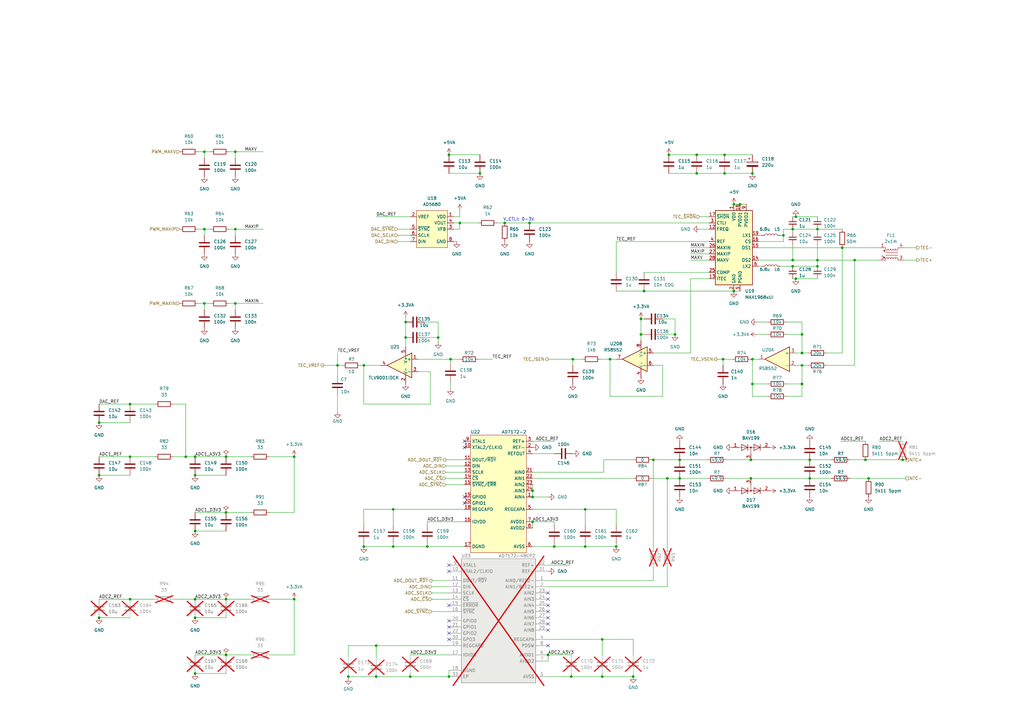
<source format=kicad_sch>
(kicad_sch (version 20230121) (generator eeschema)
  (paper "A3")
  (title_block (title "thermostat") (date "2023-11-27") (rev "r0_3") (company "M-Labs Limited") (comment 1 "Linus Woo Chun Kit"))
  (junction (at 300.99 119.38))
  (junction (at 267.97 188.595))
  (junction (at 350.52 106.68))
  (junction (at 297.18 63.5))
  (junction (at 274.32 63.5))
  (junction (at 300.99 83.82))
  (junction (at 188.595 91.44))
  (junction (at 252.73 224.155))
  (junction (at 96.52 62.23))
  (junction (at 53.34 245.745))
  (junction (at 161.29 208.915))
  (junction (at 92.71 268.605))
  (junction (at 166.37 132.08))
  (junction (at 325.12 106.68))
  (junction (at 234.95 147.32))
  (junction (at 83.82 62.23))
  (junction (at 40.64 173.355))
  (junction (at 184.785 147.32))
  (junction (at 80.01 217.805))
  (junction (at 120.65 187.325))
  (junction (at 40.64 253.365))
  (junction (at 120.65 245.745))
  (junction (at 218.44 213.995))
  (junction (at 154.305 277.495))
  (junction (at 328.93 149.86))
  (junction (at 149.225 149.86))
  (junction (at 354.965 188.595))
  (junction (at 296.545 147.32))
  (junction (at 218.44 203.835))
  (junction (at 179.705 138.43))
  (junction (at 184.15 277.495))
  (junction (at 161.29 224.155))
  (junction (at 234.315 277.495))
  (junction (at 308.61 71.12))
  (junction (at 247.015 262.255))
  (junction (at 92.71 210.185))
  (junction (at 325.12 93.98))
  (junction (at 80.01 276.225))
  (junction (at 217.17 91.44))
  (junction (at 262.89 137.16))
  (junction (at 285.75 71.12))
  (junction (at 308.61 157.48))
  (junction (at 259.715 277.495))
  (junction (at 326.39 114.3))
  (junction (at 250.19 147.32))
  (junction (at 92.71 245.745))
  (junction (at 83.82 93.98))
  (junction (at 80.01 187.325))
  (junction (at 83.82 124.46))
  (junction (at 175.26 224.155))
  (junction (at 278.765 188.595))
  (junction (at 80.01 194.945))
  (junction (at 321.31 96.52))
  (junction (at 92.71 187.325))
  (junction (at 53.34 187.325))
  (junction (at 218.44 201.295))
  (junction (at 168.275 277.495))
  (junction (at 80.01 253.365))
  (junction (at 184.15 63.5))
  (junction (at 240.03 224.155))
  (junction (at 335.28 109.22))
  (junction (at 345.44 101.6))
  (junction (at 273.685 196.215))
  (junction (at 278.765 196.215))
  (junction (at 328.93 137.16))
  (junction (at 96.52 93.98))
  (junction (at 227.33 224.155))
  (junction (at 154.305 264.795))
  (junction (at 207.01 91.44))
  (junction (at 96.52 124.46))
  (junction (at 138.43 149.86))
  (junction (at 303.53 83.82))
  (junction (at 40.64 194.945))
  (junction (at 332.105 188.595))
  (junction (at 328.93 157.48))
  (junction (at 307.975 188.595))
  (junction (at 325.12 109.22))
  (junction (at 196.85 71.12))
  (junction (at 356.235 196.215))
  (junction (at 262.89 130.81))
  (junction (at 240.03 208.915))
  (junction (at 307.975 196.215))
  (junction (at 328.93 144.78))
  (junction (at 370.205 188.595))
  (junction (at 149.225 224.155))
  (junction (at 264.16 119.38))
  (junction (at 76.2 187.325))
  (junction (at 80.01 245.745))
  (junction (at 335.28 93.98))
  (junction (at 276.86 137.16))
  (junction (at 142.875 277.495))
  (junction (at 308.61 147.32))
  (junction (at 285.75 63.5))
  (junction (at 297.18 71.12))
  (junction (at 335.28 106.68))
  (junction (at 332.105 196.215))
  (junction (at 166.37 138.43))
  (junction (at 224.79 268.605))
  (junction (at 53.34 165.735))
  (junction (at 326.39 88.9))
  (junction (at 247.015 277.495))
  (no_connect (at 190.5 180.975))
  (no_connect (at 184.15 248.285))
  (no_connect (at 190.5 183.515))
  (no_connect (at 190.5 203.835))
  (no_connect (at 190.5 206.375))
  (no_connect (at 224.79 243.205))
  (no_connect (at 224.79 250.825))
  (no_connect (at 184.15 234.315))
  (no_connect (at 184.15 231.775))
  (no_connect (at 224.79 264.795))
  (no_connect (at 184.15 262.255))
  (no_connect (at 224.79 255.905))
  (no_connect (at 184.15 257.175))
  (no_connect (at 184.15 259.715))
  (no_connect (at 224.79 248.285))
  (no_connect (at 224.79 253.365))
  (no_connect (at 184.15 254.635))
  (no_connect (at 224.79 258.445))
  (no_connect (at 224.79 245.745))
  (wire (pts (xy 320.04 96.52) (xy 321.31 96.52)))
  (wire (pts (xy 80.01 276.225) (xy 92.71 276.225)))
  (wire (pts (xy 274.32 63.5) (xy 285.75 63.5)))
  (wire (pts (xy 328.93 144.78) (xy 331.47 144.78)))
  (wire (pts (xy 218.44 201.295) (xy 218.44 203.835)))
  (wire (pts (xy 218.44 213.995) (xy 227.33 213.995)))
  (wire (pts (xy 224.79 147.32) (xy 234.95 147.32)))
  (wire (pts (xy 207.01 91.44) (xy 217.17 91.44)))
  (wire (pts (xy 40.64 245.745) (xy 53.34 245.745)))
  (wire (pts (xy 308.61 147.32) (xy 311.15 147.32)))
  (wire (pts (xy 196.215 147.32) (xy 201.93 147.32)))
  (wire (pts (xy 40.64 194.945) (xy 53.34 194.945)))
  (wire (pts (xy 252.73 111.76) (xy 252.73 99.06)))
  (wire (pts (xy 142.875 277.495) (xy 142.875 278.13)))
  (wire (pts (xy 182.88 198.755) (xy 190.5 198.755)))
  (wire (pts (xy 40.64 165.735) (xy 53.34 165.735)))
  (wire (pts (xy 328.93 149.86) (xy 331.47 149.86)))
  (wire (pts (xy 92.71 268.605) (xy 102.87 268.605)))
  (wire (pts (xy 182.88 191.135) (xy 190.5 191.135)))
  (wire (pts (xy 175.26 213.995) (xy 190.5 213.995)))
  (wire (pts (xy 252.73 119.38) (xy 264.16 119.38)))
  (wire (pts (xy 224.79 268.605) (xy 224.79 271.145)))
  (wire (pts (xy 53.34 245.745) (xy 63.5 245.745)))
  (wire (pts (xy 252.73 208.915) (xy 252.73 215.265)))
  (wire (pts (xy 278.765 196.215) (xy 290.195 196.215)))
  (wire (pts (xy 149.225 215.265) (xy 149.225 208.915)))
  (wire (pts (xy 110.49 187.325) (xy 120.65 187.325)))
  (wire (pts (xy 92.71 210.185) (xy 102.87 210.185)))
  (wire (pts (xy 310.515 132.08) (xy 314.96 132.08)))
  (wire (pts (xy 278.765 188.595) (xy 290.195 188.595)))
  (wire (pts (xy 186.055 93.98) (xy 188.595 93.98)))
  (wire (pts (xy 325.12 106.68) (xy 335.28 106.68)))
  (wire (pts (xy 297.18 63.5) (xy 308.61 63.5)))
  (wire (pts (xy 250.19 147.32) (xy 252.73 147.32)))
  (wire (pts (xy 285.75 71.12) (xy 297.18 71.12)))
  (wire (pts (xy 296.545 147.32) (xy 300.355 147.32)))
  (wire (pts (xy 332.105 188.595) (xy 340.995 188.595)))
  (wire (pts (xy 264.16 119.38) (xy 300.99 119.38)))
  (wire (pts (xy 163.195 99.06) (xy 168.275 99.06)))
  (wire (pts (xy 322.58 157.48) (xy 328.93 157.48)))
  (wire (pts (xy 177.165 245.745) (xy 184.15 245.745)))
  (wire (pts (xy 80.01 253.365) (xy 92.71 253.365)))
  (wire (pts (xy 71.12 245.745) (xy 80.01 245.745)))
  (wire (pts (xy 166.37 138.43) (xy 166.37 142.24)))
  (wire (pts (xy 227.33 213.995) (xy 227.33 215.265)))
  (wire (pts (xy 83.82 93.98) (xy 86.36 93.98)))
  (wire (pts (xy 339.09 144.78) (xy 345.44 144.78)))
  (wire (pts (xy 271.78 162.56) (xy 271.78 149.86)))
  (wire (pts (xy 184.15 63.5) (xy 196.85 63.5)))
  (wire (pts (xy 218.44 208.915) (xy 240.03 208.915)))
  (wire (pts (xy 218.44 213.995) (xy 218.44 216.535)))
  (wire (pts (xy 149.225 208.915) (xy 161.29 208.915)))
  (wire (pts (xy 179.705 132.08) (xy 179.705 138.43)))
  (wire (pts (xy 184.785 149.225) (xy 184.785 147.32)))
  (wire (pts (xy 149.225 224.155) (xy 161.29 224.155)))
  (wire (pts (xy 247.015 277.495) (xy 259.715 277.495)))
  (wire (pts (xy 321.31 93.98) (xy 325.12 93.98)))
  (wire (pts (xy 350.52 106.68) (xy 350.52 149.86)))
  (wire (pts (xy 186.055 99.06) (xy 187.325 99.06)))
  (wire (pts (xy 171.45 147.32) (xy 184.785 147.32)))
  (wire (pts (xy 142.875 277.495) (xy 154.305 277.495)))
  (wire (pts (xy 96.52 124.46) (xy 96.52 127)))
  (wire (pts (xy 154.305 264.795) (xy 154.305 269.875)))
  (wire (pts (xy 325.12 109.22) (xy 335.28 109.22)))
  (wire (pts (xy 287.02 88.9) (xy 290.83 88.9)))
  (wire (pts (xy 283.21 101.6) (xy 290.83 101.6)))
  (wire (pts (xy 163.195 96.52) (xy 168.275 96.52)))
  (wire (pts (xy 271.78 149.86) (xy 267.97 149.86)))
  (wire (pts (xy 182.88 188.595) (xy 190.5 188.595)))
  (wire (pts (xy 262.89 137.16) (xy 262.89 139.7)))
  (wire (pts (xy 345.44 101.6) (xy 345.44 144.78)))
  (wire (pts (xy 326.39 144.78) (xy 328.93 144.78)))
  (wire (pts (xy 283.21 144.78) (xy 267.97 144.78)))
  (wire (pts (xy 247.65 193.675) (xy 247.65 188.595)))
  (wire (pts (xy 184.15 71.12) (xy 196.85 71.12)))
  (wire (pts (xy 311.15 101.6) (xy 345.44 101.6)))
  (wire (pts (xy 234.95 149.86) (xy 234.95 147.32)))
  (wire (pts (xy 96.52 124.46) (xy 107.95 124.46)))
  (wire (pts (xy 149.225 165.735) (xy 149.225 149.86)))
  (wire (pts (xy 240.03 208.915) (xy 252.73 208.915)))
  (wire (pts (xy 234.315 276.225) (xy 234.315 277.495)))
  (wire (pts (xy 267.97 232.41) (xy 267.97 238.125)))
  (wire (pts (xy 335.28 106.68) (xy 350.52 106.68)))
  (wire (pts (xy 182.88 193.675) (xy 190.5 193.675)))
  (wire (pts (xy 325.12 95.25) (xy 325.12 93.98)))
  (wire (pts (xy 154.305 264.795) (xy 184.15 264.795)))
  (wire (pts (xy 176.53 152.4) (xy 176.53 165.735)))
  (wire (pts (xy 348.615 196.215) (xy 356.235 196.215)))
  (wire (pts (xy 120.65 268.605) (xy 120.65 245.745)))
  (wire (pts (xy 186.055 88.9) (xy 188.595 88.9)))
  (wire (pts (xy 335.28 100.33) (xy 335.28 106.68)))
  (wire (pts (xy 224.79 277.495) (xy 234.315 277.495)))
  (wire (pts (xy 93.98 93.98) (xy 96.52 93.98)))
  (wire (pts (xy 264.16 130.81) (xy 262.89 130.81)))
  (wire (pts (xy 325.12 88.9) (xy 326.39 88.9)))
  (wire (pts (xy 250.19 162.56) (xy 271.78 162.56)))
  (wire (pts (xy 322.58 132.08) (xy 328.93 132.08)))
  (wire (pts (xy 273.685 232.41) (xy 273.685 240.665)))
  (wire (pts (xy 83.82 62.23) (xy 83.82 64.77)))
  (wire (pts (xy 161.29 222.885) (xy 161.29 224.155)))
  (wire (pts (xy 166.37 132.08) (xy 166.37 138.43)))
  (wire (pts (xy 80.01 217.805) (xy 92.71 217.805)))
  (wire (pts (xy 307.975 196.215) (xy 332.105 196.215)))
  (wire (pts (xy 264.16 111.76) (xy 290.83 111.76)))
  (wire (pts (xy 247.015 262.255) (xy 259.715 262.255)))
  (wire (pts (xy 154.305 88.9) (xy 168.275 88.9)))
  (wire (pts (xy 246.38 147.32) (xy 250.19 147.32)))
  (wire (pts (xy 247.015 276.225) (xy 247.015 277.495)))
  (wire (pts (xy 267.97 188.595) (xy 267.97 224.79)))
  (wire (pts (xy 53.34 187.325) (xy 63.5 187.325)))
  (wire (pts (xy 240.03 222.885) (xy 240.03 224.155)))
  (wire (pts (xy 138.43 161.925) (xy 138.43 168.91)))
  (wire (pts (xy 110.49 268.605) (xy 120.65 268.605)))
  (wire (pts (xy 177.165 240.665) (xy 184.15 240.665)))
  (wire (pts (xy 370.84 101.6) (xy 375.92 101.6)))
  (wire (pts (xy 188.595 88.9) (xy 188.595 86.36)))
  (wire (pts (xy 311.15 106.68) (xy 325.12 106.68)))
  (wire (pts (xy 325.12 100.33) (xy 325.12 106.68)))
  (wire (pts (xy 234.95 147.32) (xy 238.76 147.32)))
  (wire (pts (xy 40.64 187.325) (xy 53.34 187.325)))
  (wire (pts (xy 177.165 250.825) (xy 184.15 250.825)))
  (wire (pts (xy 247.65 188.595) (xy 259.715 188.595)))
  (wire (pts (xy 83.82 124.46) (xy 83.82 127)))
  (wire (pts (xy 328.93 137.16) (xy 328.93 144.78)))
  (wire (pts (xy 175.26 224.155) (xy 190.5 224.155)))
  (wire (pts (xy 168.275 268.605) (xy 184.15 268.605)))
  (wire (pts (xy 177.165 243.205) (xy 184.15 243.205)))
  (wire (pts (xy 92.71 187.325) (xy 102.87 187.325)))
  (wire (pts (xy 218.44 186.055) (xy 227.33 186.055)))
  (wire (pts (xy 110.49 245.745) (xy 120.65 245.745)))
  (wire (pts (xy 247.015 262.255) (xy 247.015 268.605)))
  (wire (pts (xy 92.71 245.745) (xy 102.87 245.745)))
  (wire (pts (xy 360.68 180.975) (xy 370.205 180.975)))
  (wire (pts (xy 311.15 99.06) (xy 321.31 99.06)))
  (wire (pts (xy 267.97 188.595) (xy 278.765 188.595)))
  (wire (pts (xy 297.815 196.215) (xy 307.975 196.215)))
  (wire (pts (xy 142.875 264.795) (xy 142.875 269.24)))
  (wire (pts (xy 80.01 268.605) (xy 92.71 268.605)))
  (wire (pts (xy 96.52 93.98) (xy 96.52 96.52)))
  (wire (pts (xy 326.39 149.86) (xy 328.93 149.86)))
  (wire (pts (xy 308.61 157.48) (xy 308.61 162.56)))
  (wire (pts (xy 53.34 165.735) (xy 63.5 165.735)))
  (wire (pts (xy 370.205 188.595) (xy 371.475 188.595)))
  (wire (pts (xy 71.12 165.735) (xy 76.2 165.735)))
  (wire (pts (xy 132.715 149.86) (xy 138.43 149.86)))
  (wire (pts (xy 326.39 114.3) (xy 335.28 114.3)))
  (wire (pts (xy 325.12 114.3) (xy 326.39 114.3)))
  (wire (pts (xy 76.2 165.735) (xy 76.2 187.325)))
  (wire (pts (xy 218.44 203.835) (xy 224.79 203.835)))
  (wire (pts (xy 273.685 240.665) (xy 224.79 240.665)))
  (wire (pts (xy 154.305 277.495) (xy 168.275 277.495)))
  (wire (pts (xy 247.65 193.675) (xy 218.44 193.675)))
  (wire (pts (xy 252.73 222.885) (xy 252.73 224.155)))
  (wire (pts (xy 186.055 91.44) (xy 188.595 91.44)))
  (wire (pts (xy 328.93 162.56) (xy 328.93 157.48)))
  (wire (pts (xy 110.49 210.185) (xy 120.65 210.185)))
  (wire (pts (xy 83.82 93.98) (xy 83.82 96.52)))
  (wire (pts (xy 93.98 62.23) (xy 96.52 62.23)))
  (wire (pts (xy 217.17 91.44) (xy 290.83 91.44)))
  (wire (pts (xy 310.515 137.16) (xy 314.96 137.16)))
  (wire (pts (xy 287.02 93.98) (xy 290.83 93.98)))
  (wire (pts (xy 322.58 137.16) (xy 328.93 137.16)))
  (wire (pts (xy 80.01 194.945) (xy 92.71 194.945)))
  (wire (pts (xy 177.165 238.125) (xy 184.15 238.125)))
  (wire (pts (xy 184.15 274.955) (xy 184.15 277.495)))
  (wire (pts (xy 276.86 130.81) (xy 276.86 137.16)))
  (wire (pts (xy 188.595 93.98) (xy 188.595 91.44)))
  (wire (pts (xy 218.44 180.975) (xy 227.33 180.975)))
  (wire (pts (xy 184.785 147.32) (xy 188.595 147.32)))
  (wire (pts (xy 322.58 162.56) (xy 328.93 162.56)))
  (wire (pts (xy 328.93 132.08) (xy 328.93 137.16)))
  (wire (pts (xy 40.64 173.355) (xy 53.34 173.355)))
  (wire (pts (xy 163.195 93.98) (xy 168.275 93.98)))
  (wire (pts (xy 138.43 149.86) (xy 140.335 149.86)))
  (wire (pts (xy 81.28 93.98) (xy 83.82 93.98)))
  (wire (pts (xy 80.01 187.325) (xy 92.71 187.325)))
  (wire (pts (xy 273.685 196.215) (xy 273.685 224.79)))
  (wire (pts (xy 273.685 196.215) (xy 278.765 196.215)))
  (wire (pts (xy 335.28 95.25) (xy 335.28 93.98)))
  (wire (pts (xy 96.52 62.23) (xy 107.95 62.23)))
  (wire (pts (xy 173.99 132.08) (xy 179.705 132.08)))
  (wire (pts (xy 321.31 99.06) (xy 321.31 96.52)))
  (wire (pts (xy 175.26 222.885) (xy 175.26 224.155)))
  (wire (pts (xy 218.44 198.755) (xy 218.44 201.295)))
  (wire (pts (xy 76.2 187.325) (xy 80.01 187.325)))
  (wire (pts (xy 344.805 180.975) (xy 354.965 180.975)))
  (wire (pts (xy 120.65 210.185) (xy 120.65 187.325)))
  (wire (pts (xy 224.79 268.605) (xy 234.315 268.605)))
  (wire (pts (xy 224.79 262.255) (xy 247.015 262.255)))
  (wire (pts (xy 218.44 196.215) (xy 259.715 196.215)))
  (wire (pts (xy 271.78 137.16) (xy 276.86 137.16)))
  (wire (pts (xy 311.15 96.52) (xy 312.42 96.52)))
  (wire (pts (xy 283.21 114.3) (xy 290.83 114.3)))
  (wire (pts (xy 348.615 188.595) (xy 354.965 188.595)))
  (wire (pts (xy 96.52 93.98) (xy 107.95 93.98)))
  (wire (pts (xy 81.28 62.23) (xy 83.82 62.23)))
  (wire (pts (xy 240.03 208.915) (xy 240.03 215.265)))
  (wire (pts (xy 264.16 137.16) (xy 262.89 137.16)))
  (wire (pts (xy 321.31 96.52) (xy 321.31 93.98)))
  (wire (pts (xy 335.28 106.68) (xy 335.28 109.22)))
  (wire (pts (xy 203.835 91.44) (xy 207.01 91.44)))
  (wire (pts (xy 332.105 196.215) (xy 340.995 196.215)))
  (wire (pts (xy 335.28 93.98) (xy 345.44 93.98)))
  (wire (pts (xy 274.32 71.12) (xy 285.75 71.12)))
  (wire (pts (xy 267.335 188.595) (xy 267.97 188.595)))
  (wire (pts (xy 262.89 130.81) (xy 262.89 137.16)))
  (wire (pts (xy 168.275 277.495) (xy 184.15 277.495)))
  (wire (pts (xy 176.53 165.735) (xy 149.225 165.735)))
  (wire (pts (xy 250.19 147.32) (xy 250.19 162.56)))
  (wire (pts (xy 356.235 196.215) (xy 371.475 196.215)))
  (wire (pts (xy 285.75 63.5) (xy 297.18 63.5)))
  (wire (pts (xy 182.88 196.215) (xy 190.5 196.215)))
  (wire (pts (xy 307.975 188.595) (xy 332.105 188.595)))
  (wire (pts (xy 168.275 277.495) (xy 168.275 276.225)))
  (wire (pts (xy 81.28 124.46) (xy 83.82 124.46)))
  (wire (pts (xy 300.99 83.82) (xy 303.53 83.82)))
  (wire (pts (xy 184.785 159.385) (xy 184.785 156.845)))
  (wire (pts (xy 83.82 124.46) (xy 86.36 124.46)))
  (wire (pts (xy 350.52 106.68) (xy 360.68 106.68)))
  (wire (pts (xy 297.815 188.595) (xy 307.975 188.595)))
  (wire (pts (xy 283.21 114.3) (xy 283.21 144.78)))
  (wire (pts (xy 138.43 149.86) (xy 138.43 144.78)))
  (wire (pts (xy 80.01 210.185) (xy 92.71 210.185)))
  (wire (pts (xy 294.005 147.32) (xy 296.545 147.32)))
  (wire (pts (xy 96.52 62.23) (xy 96.52 64.77)))
  (wire (pts (xy 345.44 101.6) (xy 360.68 101.6)))
  (wire (pts (xy 370.84 106.68) (xy 375.92 106.68)))
  (wire (pts (xy 252.73 99.06) (xy 290.83 99.06)))
  (wire (pts (xy 166.37 130.175) (xy 166.37 132.08)))
  (wire (pts (xy 328.93 157.48) (xy 328.93 149.86)))
  (wire (pts (xy 314.96 157.48) (xy 308.61 157.48)))
  (wire (pts (xy 93.98 124.46) (xy 96.52 124.46)))
  (wire (pts (xy 259.715 276.225) (xy 259.715 277.495)))
  (wire (pts (xy 267.97 238.125) (xy 224.79 238.125)))
  (wire (pts (xy 227.33 222.885) (xy 227.33 224.155)))
  (wire (pts (xy 80.01 245.745) (xy 92.71 245.745)))
  (wire (pts (xy 171.45 152.4) (xy 176.53 152.4)))
  (wire (pts (xy 218.44 224.155) (xy 227.33 224.155)))
  (wire (pts (xy 300.99 119.38) (xy 303.53 119.38)))
  (wire (pts (xy 307.975 147.32) (xy 308.61 147.32)))
  (wire (pts (xy 179.705 138.43) (xy 173.99 138.43)))
  (wire (pts (xy 71.12 187.325) (xy 76.2 187.325)))
  (wire (pts (xy 296.545 149.86) (xy 296.545 147.32)))
  (wire (pts (xy 161.29 224.155) (xy 175.26 224.155)))
  (wire (pts (xy 308.61 157.48) (xy 308.61 147.32)))
  (wire (pts (xy 303.53 83.82) (xy 306.07 83.82)))
  (wire (pts (xy 271.78 130.81) (xy 276.86 130.81)))
  (wire (pts (xy 224.79 231.775) (xy 233.68 231.775)))
  (wire (pts (xy 188.595 91.44) (xy 196.215 91.44)))
  (wire (pts (xy 149.225 149.86) (xy 156.21 149.86)))
  (wire (pts (xy 308.61 162.56) (xy 314.96 162.56)))
  (wire (pts (xy 83.82 62.23) (xy 86.36 62.23)))
  (wire (pts (xy 354.965 188.595) (xy 370.205 188.595)))
  (wire (pts (xy 161.29 208.915) (xy 161.29 215.265)))
  (wire (pts (xy 326.39 88.9) (xy 335.28 88.9)))
  (wire (pts (xy 234.315 277.495) (xy 247.015 277.495)))
  (wire (pts (xy 40.64 253.365) (xy 53.34 253.365)))
  (wire (pts (xy 311.15 109.22) (xy 312.42 109.22)))
  (wire (pts (xy 227.33 224.155) (xy 240.03 224.155)))
  (wire (pts (xy 320.04 109.22) (xy 325.12 109.22)))
  (wire (pts (xy 339.09 149.86) (xy 350.52 149.86)))
  (wire (pts (xy 297.18 71.12) (xy 308.61 71.12)))
  (wire (pts (xy 267.335 196.215) (xy 273.685 196.215)))
  (wire (pts (xy 161.29 208.915) (xy 190.5 208.915)))
  (wire (pts (xy 283.21 104.14) (xy 290.83 104.14)))
  (wire (pts (xy 283.21 106.68) (xy 290.83 106.68)))
  (wire (pts (xy 240.03 224.155) (xy 252.73 224.155)))
  (wire (pts (xy 142.875 276.86) (xy 142.875 277.495)))
  (wire (pts (xy 138.43 154.305) (xy 138.43 149.86)))
  (wire (pts (xy 179.705 140.335) (xy 179.705 138.43)))
  (wire (pts (xy 149.225 222.885) (xy 149.225 224.155)))
  (wire (pts (xy 154.305 264.795) (xy 142.875 264.795)))
  (wire (pts (xy 147.955 149.86) (xy 149.225 149.86)))
  (wire (pts (xy 259.715 262.255) (xy 259.715 268.605)))
  (wire (pts (xy 325.12 93.98) (xy 335.28 93.98)))
  (wire (pts (xy 175.26 213.995) (xy 175.26 215.265)))
  (text "V_CTLI: 0-3V" (at 206.375 90.805 0) (effects (font (size 1.27 1.27)) (justify left bottom)))
  (label "DAC_REF" (at 154.305 88.9 0))
  (label "TEC_VREF" (at 138.43 144.78 0))
  (label "ADC1_D3V3" (at 175.26 213.995 0))
  (label "MAXV" (at 100.33 62.23 0))
  (label "MAXIN" (at 100.33 124.46 0))
  (label "ADC2_D3V3" (at 80.01 268.605 0))
  (label "ADC2_REF" (at 40.64 245.745 0))
  (label "ADC1_REF" (at 40.64 187.325 0))
  (label "ADC2_A3V3" (at 80.01 245.745 0))
  (label "MAXIN" (at 283.21 101.6 0))
  (label "ADC1_A3V3" (at 80.01 187.325 0))
  (label "MAXV" (at 283.21 106.68 0))
  (label "DAC_REF" (at 40.64 165.735 0))
  (label "MAXIP" (at 100.33 93.98 0))
  (label "ADC1_REF" (at 344.805 180.975 0))
  (label "ADC1_D3V3" (at 80.01 210.185 0))
  (label "ADC1_REF" (at 219.71 180.975 0))
  (label "ADC1_A3V3" (at 218.44 213.995 0))
  (label "ADC2_A3V3" (at 224.79 268.605 0))
  (label "MAXIP" (at 283.21 104.14 0))
  (label "TEC_REF" (at 201.93 147.32 0))
  (label "TEC_REF" (at 252.73 99.06 0))
  (label "ADC2_REF" (at 360.68 180.975 0))
  (label "ADC2_D3V3" (at 168.275 268.605 0))
  (label "ADC2_REF" (at 226.06 231.775 0))
  (hierarchical_label "ADC_DOUT_~{RDY}" (shape output) (at 182.88 188.595 180))
  (hierarchical_label "TEC+" (shape output) (at 375.92 106.68 0))
  (hierarchical_label "PWM_MAXIP" (shape input) (at 73.66 93.98 180))
  (hierarchical_label "DAC_DIN" (shape input) (at 163.195 99.06 180))
  (hierarchical_label "TEC_VREF" (shape output) (at 132.715 149.86 180))
  (hierarchical_label "PWM_MAXIN" (shape input) (at 73.66 124.46 180))
  (hierarchical_label "ADC_~{SYNC}" (shape input) (at 177.165 250.825 180))
  (hierarchical_label "TEC_~{SHDN}" (shape input) (at 287.02 88.9 180))
  (hierarchical_label "DAC_SCLK" (shape input) (at 163.195 96.52 180))
  (hierarchical_label "ADC_~{CS}" (shape input) (at 177.165 245.745 180))
  (hierarchical_label "TEC_ISEN" (shape output) (at 224.79 147.32 180))
  (hierarchical_label "ADC_~{CS}" (shape input) (at 182.88 196.215 180))
  (hierarchical_label "NTC-" (shape passive) (at 371.475 196.215 0))
  (hierarchical_label "ADC_DIN" (shape input) (at 182.88 191.135 180))
  (hierarchical_label "NTC+" (shape passive) (at 371.475 188.595 0))
  (hierarchical_label "TEC-" (shape output) (at 375.92 101.6 0))
  (hierarchical_label "PWM_MAXV" (shape input) (at 73.66 62.23 180))
  (hierarchical_label "ADC_SCLK" (shape input) (at 182.88 193.675 180))
  (hierarchical_label "ADC_DIN" (shape input) (at 177.165 240.665 180))
  (hierarchical_label "TEC_VSEN" (shape output) (at 294.005 147.32 180))
  (hierarchical_label "ADC_~{SYNC}" (shape input) (at 182.88 198.755 180))
  (hierarchical_label "ADC_DOUT_~{RDY}" (shape output) (at 177.165 238.125 180))
  (hierarchical_label "DAC_~{SYNC}" (shape input) (at 163.195 93.98 180))
  (hierarchical_label "ADC_SCLK" (shape input) (at 177.165 243.205 180))
  (symbol (lib_id "power:GND") (at 80.01 276.225 0) (unit 1)
    (property "Reference" "#PWR0188" (effects hide))
    (property "Value" "GND" (at 80.01 281.305 0))
  )
  (symbol (lib_id "Amplifier_Operational:TLV9001IDCK") (at 166.37 149.86 0) (mirror y) (unit 1)
    (property "Reference" "U21" (at 160.02 142.24 0) (effects (justify right)))
    (property "Value" "TLV9001IDCK" (at 151.13 154.94 0) (effects (justify right)))
    (property "Footprint" "Package_TO_SOT_SMD:SOT-353_SC-70-5" (effects hide))
    (property "Datasheet" "https://www.ti.com/lit/ds/symlink/tlv9001.pdf" (effects hide))
    (property "MFR_PN" "TLV9001QDBVRQ1" (effects hide))
  )
  (symbol (lib_id "power:GND") (at 80.01 194.945 0) (unit 1)
    (property "Reference" "#PWR0174" (effects hide))
    (property "Value" "GND" (at 80.01 200.025 0))
  )
  (symbol (lib_id "Device:R") (at 273.685 228.6 180) (unit 1) (dnp yes)
    (property "Reference" "R93" (at 276.225 228.6 90))
    (property "Value" "0" (at 273.685 228.6 90))
    (property "Footprint" "Resistor_SMD:R_0603_1608Metric" (effects hide))
    (property "MFR_PN" "RMCF0603ZT0R00" (effects hide))
    (property "MFR_PN_ALT" "CR0603-J/-000ELF" (effects hide))
  )
  (symbol (lib_id "Device:C") (at 240.03 219.075 0) (unit 1)
    (property "Reference" "C161" (at 243.84 217.8049 0) (effects (justify left)))
    (property "Value" "100n" (at 243.84 220.3449 0) (effects (justify left)))
    (property "Footprint" "Capacitor_SMD:C_0603_1608Metric" (effects hide))
    (property "MFR_PN" "CL10B104KB8NNWC" (effects hide))
    (property "MFR_PN_ALT" "CL10B104KB8NNNL" (effects hide))
  )
  (symbol (lib_id "Device:C") (at 175.26 219.075 0) (unit 1)
    (property "Reference" "C159" (at 179.07 217.8049 0) (effects (justify left)))
    (property "Value" "100n" (at 179.07 220.3449 0) (effects (justify left)))
    (property "Footprint" "Capacitor_SMD:C_0603_1608Metric" (effects hide))
    (property "MFR_PN" "CL10B104KB8NNWC" (effects hide))
    (property "MFR_PN_ALT" "CL10B104KB8NNNL" (effects hide))
  )
  (symbol (lib_id "kirdy:AD5680") (at 177.165 101.6 0) (unit 1)
    (property "Reference" "U18" (at 177.165 81.28 0))
    (property "Value" "AD5680" (at 177.165 83.82 0))
    (property "Footprint" "Package_TO_SOT_SMD:SOT-23-8" (effects hide))
    (property "Datasheet" "https://www.analog.com/media/en/technical-documentation/data-sheets/ad5680.pdf" (effects hide))
    (property "MFR_PN" "AD5680BRJZ" (effects hide))
  )
  (symbol (lib_id "Device:C") (at 53.34 249.555 0) (unit 1) (dnp yes)
    (property "Reference" "C164" (at 57.15 248.2849 0) (effects (justify left)))
    (property "Value" "100n" (at 57.15 250.8249 0) (effects (justify left)))
    (property "Footprint" "Capacitor_SMD:C_0603_1608Metric" (effects hide))
    (property "MFR_PN" "CL10B104KB8NNWC" (effects hide))
    (property "MFR_PN_ALT" "CL10B104KB8NNNL" (effects hide))
  )
  (symbol (lib_id "power:GND") (at 40.64 194.945 0) (unit 1)
    (property "Reference" "#PWR0173" (effects hide))
    (property "Value" "GND" (at 40.64 200.025 0))
  )
  (symbol (lib_id "power:GND") (at 187.325 99.06 0) (unit 1)
    (property "Reference" "#PWR0144" (effects hide))
    (property "Value" "GND" (at 187.325 104.14 0))
  )
  (symbol (lib_id "Device:C") (at 80.01 213.995 0) (unit 1)
    (property "Reference" "C155" (at 83.82 212.7249 0) (effects (justify left)))
    (property "Value" "10u" (at 83.82 215.2649 0) (effects (justify left)))
    (property "Footprint" "Capacitor_SMD:C_0805_2012Metric" (effects hide))
    (property "MFR_PN" "CL21B106KOQNNNG" (effects hide))
    (property "MFR_PN_ALT" "CL21B106KOQNNNE" (effects hide))
  )
  (symbol (lib_id "Device:R") (at 345.44 97.79 180) (unit 1)
    (property "Reference" "R66" (at 349.25 96.52 0))
    (property "Value" "50m" (at 349.25 99.06 0))
    (property "Footprint" "Resistor_SMD:R_2010_5025Metric" (effects hide))
    (property "MFR_PN" "CRM2010-FX-R050ELF" (effects hide))
    (property "MFR_PN_ALT" "WSL2010R0500FEA18" (effects hide))
  )
  (symbol (lib_id "Device:C") (at 154.305 273.685 0) (unit 1) (dnp yes)
    (property "Reference" "C174" (at 158.115 272.4149 0) (effects (justify left)))
    (property "Value" "100n" (at 158.115 274.9549 0) (effects (justify left)))
    (property "Footprint" "Capacitor_SMD:C_0603_1608Metric" (effects hide))
    (property "MFR_PN" "CL10B104KB8NNWC" (effects hide))
    (property "MFR_PN_ALT" "CL10B104KB8NNNL" (effects hide))
  )
  (symbol (lib_id "Device:C") (at 252.73 219.075 0) (unit 1)
    (property "Reference" "C162" (at 256.54 217.8049 0) (effects (justify left)))
    (property "Value" "1u" (at 256.54 220.3449 0) (effects (justify left)))
    (property "Footprint" "Capacitor_SMD:C_0603_1608Metric" (effects hide))
    (property "MFR_PN" "CL10B105KA8NNNC" (effects hide))
    (property "MFR_PN_ALT" "CGA3E1X7R1E105K080AC" (effects hide))
  )
  (symbol (lib_id "power:+3.3VA") (at 120.65 187.325 0) (unit 1)
    (property "Reference" "#PWR0172" (effects hide))
    (property "Value" "+3.3VA" (at 120.65 182.245 0))
  )
  (symbol (lib_id "power:+5V") (at 274.32 63.5 0) (unit 1)
    (property "Reference" "#PWR0135" (effects hide))
    (property "Value" "+5V" (at 274.32 58.42 0))
  )
  (symbol (lib_id "Device:R") (at 106.68 210.185 90) (unit 1)
    (property "Reference" "R91" (at 106.68 203.835 90))
    (property "Value" "33" (at 106.68 206.375 90))
    (property "Footprint" "Resistor_SMD:R_0603_1608Metric" (effects hide))
    (property "MFR_PN" "RC0603FR-0733RL" (effects hide))
    (property "MFR_PN_ALT" "CRGCQ0603F33R" (effects hide))
  )
  (symbol (lib_id "Device:Filter_EMI_LL_1423") (at 365.76 104.14 0) (mirror x) (unit 1)
    (property "Reference" "FL1" (at 365.379 96.52 0))
    (property "Value" "2x1m" (at 365.379 99.06 0))
    (property "Footprint" "Inductor_SMD:L_CommonModeChoke_Wuerth_WE-SL5" (effects hide))
    (property "MFR_PN" "744273501" (effects hide))
  )
  (symbol (lib_id "Device:R") (at 318.77 132.08 90) (unit 1)
    (property "Reference" "R69" (at 318.77 129.54 90))
    (property "Value" "10k" (at 318.77 132.08 90))
    (property "Footprint" "Resistor_SMD:R_0603_1608Metric" (effects hide))
    (property "MFR_PN" "RNCP0603FTD10K0" (effects hide))
    (property "MFR_PN_ALT" "RMCF0603FT10K0" (effects hide))
  )
  (symbol (lib_id "power:GND") (at 83.82 104.14 0) (unit 1)
    (property "Reference" "#PWR0147" (effects hide))
    (property "Value" "GND" (at 83.82 109.22 0))
  )
  (symbol (lib_id "power:GND") (at 310.515 132.08 270) (unit 1)
    (property "Reference" "#PWR0153" (effects hide))
    (property "Value" "GND" (at 307.34 132.08 90) (effects (justify right)))
  )
  (symbol (lib_id "Device:C") (at 138.43 158.115 180) (unit 1)
    (property "Reference" "C?" (at 140.97 155.575 0))
    (property "Value" "10n" (at 141.605 160.655 0))
    (property "Footprint" "Capacitor_SMD:C_0603_1608Metric" (effects hide))
    (property "MFR_PN" "0603B103K500CT" (effects hide))
    (property "MFR_PN_ALT" "CL10B103KB8NNNC" (effects hide))
    (instances (project "kirdy" (path "" (reference "C?") (unit 1)) (path "" (reference "C141") (unit 1))))
  )
  (symbol (lib_id "Device:R") (at 90.17 62.23 90) (unit 1)
    (property "Reference" "R61" (at 90.17 55.88 90))
    (property "Value" "10k" (at 90.17 58.42 90))
    (property "Footprint" "Resistor_SMD:R_0603_1608Metric" (effects hide))
    (property "MFR_PN" "RNCP0603FTD10K0" (effects hide))
    (property "MFR_PN_ALT" "RMCF0603FT10K0" (effects hide))
  )
  (symbol (lib_id "Device:C") (at 296.545 153.67 0) (unit 1)
    (property "Reference" "C140" (at 299.72 152.4 0) (effects (justify left)))
    (property "Value" "1n" (at 299.72 154.94 0) (effects (justify left)))
    (property "Footprint" "Capacitor_SMD:C_0603_1608Metric" (effects hide))
    (property "MFR_PN" "0603N102G250CT" (effects hide))
  )
  (symbol (lib_id "Device:R") (at 294.005 188.595 270) (unit 1)
    (property "Reference" "R?" (at 294.005 186.055 90))
    (property "Value" "49.9" (at 294.005 188.595 90))
    (property "Footprint" "Resistor_SMD:R_0603_1608Metric" (effects hide))
    (property "MFR_PN" "RT0603DRE0749R9L" (effects hide))
    (instances (project "kirdy" (path "" (reference "R?") (unit 1)) (path "" (reference "R85") (unit 1))))
  )
  (symbol (lib_id "kirdy:RS8552") (at 260.35 147.32 0) (mirror y) (unit 3)
    (property "Reference" "U20" (effects hide))
    (property "Value" "RS8552" (effects hide))
    (property "Footprint" "Package_SO:SOIC-8_3.9x4.9mm_P1.27mm" (effects hide))
    (property "Datasheet" "https://datasheet.lcsc.com/lcsc/2010160333_Jiangsu-RUNIC-Tech-RS8554XP_C236997.pdf" (effects hide))
    (property "MFR_PN" "RS8552XK" (effects hide))
  )
  (symbol (lib_id "power:GND") (at 308.61 71.12 0) (unit 1)
    (property "Reference" "#PWR0137" (effects hide))
    (property "Value" "GND" (at 308.61 76.2 0))
  )
  (symbol (lib_id "Device:R") (at 294.005 196.215 270) (unit 1)
    (property "Reference" "R?" (at 294.005 193.675 90))
    (property "Value" "49.9" (at 294.005 196.215 90))
    (property "Footprint" "Resistor_SMD:R_0603_1608Metric" (effects hide))
    (property "MFR_PN" "RT0603DRE0749R9L" (effects hide))
    (instances (project "kirdy" (path "" (reference "R?") (unit 1)) (path "" (reference "R88") (unit 1))))
  )
  (symbol (lib_id "Device:R") (at 106.68 245.745 90) (unit 1) (dnp yes)
    (property "Reference" "R95" (at 106.68 239.395 90))
    (property "Value" "33" (at 106.68 241.935 90))
    (property "Footprint" "Resistor_SMD:R_0603_1608Metric" (effects hide))
    (property "MFR_PN" "RC0603FR-0733RL" (effects hide))
    (property "MFR_PN_ALT" "CRGCQ0603F33R" (effects hide))
  )
  (symbol (lib_id "kirdy:AD7172-2") (at 204.47 205.105 0) (mirror y) (unit 1)
    (property "Reference" "U22" (at 194.945 177.165 0))
    (property "Value" "AD7172-2" (at 210.82 177.165 0))
    (property "Footprint" "Package_SO:TSSOP-24_4.4x7.8mm_P0.65mm" (effects hide))
    (property "Datasheet" "https://www.analog.com/media/en/technical-documentation/data-sheets/ad7172-2.pdf" (effects hide))
    (property "MFR_PN" "AD7172-2BRUZ" (effects hide))
  )
  (symbol (lib_id "Device:C") (at 92.71 272.415 0) (unit 1) (dnp yes)
    (property "Reference" "C168" (at 96.52 271.1449 0) (effects (justify left)))
    (property "Value" "100n" (at 96.52 273.6849 0) (effects (justify left)))
    (property "Footprint" "Capacitor_SMD:C_0603_1608Metric" (effects hide))
    (property "MFR_PN" "CL10B104KB8NNWC" (effects hide))
    (property "MFR_PN_ALT" "CL10B104KB8NNNL" (effects hide))
  )
  (symbol (lib_id "Device:C") (at 92.71 191.135 0) (unit 1)
    (property "Reference" "C150" (at 96.52 189.8649 0) (effects (justify left)))
    (property "Value" "100n" (at 96.52 192.4049 0) (effects (justify left)))
    (property "Footprint" "Capacitor_SMD:C_0603_1608Metric" (effects hide))
    (property "MFR_PN" "CL10B104KB8NNWC" (effects hide))
    (property "MFR_PN_ALT" "CL10B104KB8NNNL" (effects hide))
  )
  (symbol (lib_id "power:GND") (at 83.82 134.62 0) (unit 1)
    (property "Reference" "#PWR0154" (effects hide))
    (property "Value" "GND" (at 83.82 139.7 0))
  )
  (symbol (lib_id "Device:L") (at 316.23 109.22 90) (unit 1)
    (property "Reference" "L6" (at 318.77 110.49 90))
    (property "Value" "6.8u" (at 313.69 110.49 90))
    (property "Footprint" "Inductor_SMD:L_Wuerth_MAPI-4030" (effects hide))
    (property "MFR_PN" "74438357068" (effects hide))
  )
  (symbol (lib_id "power:GND") (at 234.95 186.055 90) (unit 1)
    (property "Reference" "#PWR0171" (effects hide))
    (property "Value" "GND" (at 238.76 186.0549 90) (effects (justify right)))
  )
  (symbol (lib_id "Device:R") (at 77.47 93.98 90) (unit 1)
    (property "Reference" "R63" (at 77.47 87.63 90))
    (property "Value" "10k" (at 77.47 90.17 90))
    (property "Footprint" "Resistor_SMD:R_0603_1608Metric" (effects hide))
    (property "MFR_PN" "RNCP0603FTD10K0" (effects hide))
    (property "MFR_PN_ALT" "RMCF0603FT10K0" (effects hide))
  )
  (symbol (lib_id "Device:C") (at 40.64 191.135 0) (unit 1)
    (property "Reference" "C147" (at 44.45 189.8649 0) (effects (justify left)))
    (property "Value" "10u" (at 44.45 192.4049 0) (effects (justify left)))
    (property "Footprint" "Capacitor_SMD:C_0805_2012Metric" (effects hide))
    (property "MFR_PN" "CL21B106KOQNNNG" (effects hide))
    (property "MFR_PN_ALT" "CL21B106KOQNNNE" (effects hide))
  )
  (symbol (lib_id "Device:C") (at 278.765 192.405 0) (unit 1)
    (property "Reference" "C151" (at 282.575 191.1349 0) (effects (justify left)))
    (property "Value" "100n" (at 282.575 193.6749 0) (effects (justify left)))
    (property "Footprint" "Capacitor_SMD:C_0603_1608Metric" (effects hide))
    (property "MFR_PN" "CL10B104KB8NNWC" (effects hide))
    (property "MFR_PN_ALT" "CL10B104KB8NNNL" (effects hide))
  )
  (symbol (lib_id "power:GND") (at 96.52 72.39 0) (unit 1)
    (property "Reference" "#PWR0139" (effects hide))
    (property "Value" "GND" (at 96.52 77.47 0))
  )
  (symbol (lib_id "Device:C") (at 297.18 67.31 0) (unit 1)
    (property "Reference" "C117" (at 300.99 66.0399 0) (effects (justify left)))
    (property "Value" "1u" (at 300.99 68.5799 0) (effects (justify left)))
    (property "Footprint" "Capacitor_SMD:C_0603_1608Metric" (effects hide))
    (property "MFR_PN" "CL10B105KA8NNNC" (effects hide))
    (property "MFR_PN_ALT" "CGA3E1X7R1E105K080AC" (effects hide))
  )
  (symbol (lib_id "Device:C") (at 285.75 67.31 0) (unit 1)
    (property "Reference" "C116" (at 289.56 66.0399 0) (effects (justify left)))
    (property "Value" "1u" (at 289.56 68.5799 0) (effects (justify left)))
    (property "Footprint" "Capacitor_SMD:C_0603_1608Metric" (effects hide))
    (property "MFR_PN" "CL10B105KA8NNNC" (effects hide))
    (property "MFR_PN_ALT" "CGA3E1X7R1E105K080AC" (effects hide))
  )
  (symbol (lib_id "Device:C") (at 40.64 169.545 0) (unit 1)
    (property "Reference" "C142" (at 44.45 168.2749 0) (effects (justify left)))
    (property "Value" "10u" (at 44.45 170.8149 0) (effects (justify left)))
    (property "Footprint" "Capacitor_SMD:C_0805_2012Metric" (effects hide))
    (property "MFR_PN" "CL21B106KOQNNNG" (effects hide))
    (property "MFR_PN_ALT" "CL21B106KOQNNNE" (effects hide))
  )
  (symbol (lib_id "Device:C") (at 267.97 137.16 90) (unit 1)
    (property "Reference" "C136" (at 271.78 135.89 90))
    (property "Value" "100n" (at 271.78 138.43 90))
    (property "Footprint" "Capacitor_SMD:C_0603_1608Metric" (effects hide))
    (property "MFR_PN" "CL10B104KB8NNWC" (effects hide))
    (property "MFR_PN_ALT" "CL10B104KB8NNNL" (effects hide))
  )
  (symbol (lib_id "Device:R") (at 67.31 245.745 90) (unit 1) (dnp yes)
    (property "Reference" "R94" (at 67.31 239.395 90))
    (property "Value" "33" (at 67.31 241.935 90))
    (property "Footprint" "Resistor_SMD:R_0603_1608Metric" (effects hide))
    (property "MFR_PN" "RC0603FR-0733RL" (effects hide))
    (property "MFR_PN_ALT" "CRGCQ0603F33R" (effects hide))
  )
  (symbol (lib_id "Device:C_Small") (at 325.12 97.79 0) (unit 1)
    (property "Reference" "C124" (at 327.66 96.5262 0) (effects (justify left)))
    (property "Value" "10u" (at 327.66 99.0662 0) (effects (justify left)))
    (property "Footprint" "Capacitor_SMD:C_0805_2012Metric" (effects hide))
    (property "MFR_PN" "CL21B106KOQNNNG" (effects hide))
    (property "MFR_PN_ALT" "CL21B106KOQNNNE" (effects hide))
  )
  (symbol (lib_id "power:GND") (at 224.79 203.835 90) (unit 1)
    (property "Reference" "#PWR0177" (effects hide))
    (property "Value" "GND" (at 228.6 203.8349 90) (effects (justify right)))
  )
  (symbol (lib_id "Device:C") (at 96.52 130.81 0) (unit 1)
    (property "Reference" "C133" (at 100.33 129.5399 0) (effects (justify left)))
    (property "Value" "100n" (at 100.33 132.0799 0) (effects (justify left)))
    (property "Footprint" "Capacitor_SMD:C_0603_1608Metric" (effects hide))
    (property "MFR_PN" "CL10B104KB8NNWC" (effects hide))
    (property "MFR_PN_ALT" "CL10B104KB8NNNL" (effects hide))
  )
  (symbol (lib_id "Device:R") (at 242.57 147.32 90) (unit 1)
    (property "Reference" "R73" (at 242.57 140.97 90))
    (property "Value" "1k6" (at 242.57 143.51 90))
    (property "Footprint" "Resistor_SMD:R_0603_1608Metric" (effects hide))
    (property "MFR_PN" "RT0603FRE071K6L" (effects hide))
    (property "MFR_PN_ALT" "RMCF0603FT1K60" (effects hide))
  )
  (symbol (lib_id "Device:R") (at 90.17 93.98 90) (unit 1)
    (property "Reference" "R64" (at 90.17 87.63 90))
    (property "Value" "10k" (at 90.17 90.17 90))
    (property "Footprint" "Resistor_SMD:R_0603_1608Metric" (effects hide))
    (property "MFR_PN" "RNCP0603FTD10K0" (effects hide))
    (property "MFR_PN_ALT" "RMCF0603FT10K0" (effects hide))
  )
  (symbol (lib_id "Device:R") (at 354.965 184.785 0) (unit 1)
    (property "Reference" "R80" (at 357.505 183.5149 0) (effects (justify left)))
    (property "Value" "5k11 5ppm" (at 357.505 186.0549 0) (effects (justify left)))
    (property "Footprint" "Resistor_SMD:R_0603_1608Metric" (effects hide))
    (property "MFR_PN" "RN73H1JTTD5111A05" (effects hide))
    (property "MFR_PN_ALT" "TNPU06035K11BZEN00" (effects hide))
  )
  (symbol (lib_id "power:GND") (at 166.37 157.48 0) (unit 1)
    (property "Reference" "#PWR0160" (effects hide))
    (property "Value" "GND" (at 166.37 162.56 0))
  )
  (symbol (lib_id "power:+3.3VA") (at 166.37 130.175 0) (unit 1)
    (property "Reference" "#PWR0151" (effects hide))
    (property "Value" "+3.3VA" (at 166.37 125.095 0))
  )
  (symbol (lib_id "power:GND") (at 142.875 278.13 0) (unit 1)
    (property "Reference" "#PWR0190" (effects hide))
    (property "Value" "GND" (at 142.875 282.575 0))
  )
  (symbol (lib_id "power:GND") (at 217.17 99.06 0) (unit 1)
    (property "Reference" "#PWR0146" (effects hide))
    (property "Value" "GND" (at 217.17 104.14 0))
  )
  (symbol (lib_id "Device:C") (at 168.275 272.415 0) (unit 1) (dnp yes)
    (property "Reference" "C169" (at 172.085 271.1449 0) (effects (justify left)))
    (property "Value" "100n" (at 172.085 273.6849 0) (effects (justify left)))
    (property "Footprint" "Capacitor_SMD:C_0603_1608Metric" (effects hide))
    (property "MFR_PN" "CL10B104KB8NNWC" (effects hide))
    (property "MFR_PN_ALT" "CL10B104KB8NNNL" (effects hide))
  )
  (symbol (lib_id "Device:R") (at 344.805 196.215 270) (unit 1)
    (property "Reference" "R?" (at 344.805 193.675 90))
    (property "Value" "49.9" (at 344.805 196.215 90))
    (property "Footprint" "Resistor_SMD:R_0603_1608Metric" (effects hide))
    (property "MFR_PN" "RT0603DRE0749R9L" (effects hide))
    (instances (project "kirdy" (path "" (reference "R?") (unit 1)) (path "" (reference "R89") (unit 1))))
  )
  (symbol (lib_id "Device:R") (at 106.68 268.605 90) (unit 1) (dnp yes)
    (property "Reference" "R96" (at 106.68 262.255 90))
    (property "Value" "33" (at 106.68 264.795 90))
    (property "Footprint" "Resistor_SMD:R_0603_1608Metric" (effects hide))
    (property "MFR_PN" "RC0603FR-0733RL" (effects hide))
    (property "MFR_PN_ALT" "CRGCQ0603F33R" (effects hide))
  )
  (symbol (lib_id "Device:C") (at 332.105 200.025 0) (unit 1)
    (property "Reference" "C154" (at 335.915 198.7549 0) (effects (justify left)))
    (property "Value" "10n" (at 335.915 201.2949 0) (effects (justify left)))
    (property "Footprint" "Capacitor_SMD:C_0603_1608Metric" (effects hide))
    (property "MFR_PN" "0603B103K500CT" (effects hide))
    (property "MFR_PN_ALT" "CL10B103KB8NNNC" (effects hide))
  )
  (symbol (lib_id "power:GND") (at 40.64 253.365 0) (unit 1)
    (property "Reference" "#PWR0186" (effects hide))
    (property "Value" "GND" (at 40.64 258.445 0))
  )
  (symbol (lib_id "Device:C") (at 252.73 115.57 0) (unit 1)
    (property "Reference" "C130" (at 256.54 114.2999 0) (effects (justify left)))
    (property "Value" "1u" (at 256.54 116.8399 0) (effects (justify left)))
    (property "Footprint" "Capacitor_SMD:C_0603_1608Metric" (effects hide))
    (property "MFR_PN" "CL10B105KA8NNNC" (effects hide))
    (property "MFR_PN_ALT" "CGA3E1X7R1E105K080AC" (effects hide))
  )
  (symbol (lib_id "Device:C") (at 274.32 67.31 0) (unit 1)
    (property "Reference" "C115" (at 278.13 66.0399 0) (effects (justify left)))
    (property "Value" "1u" (at 278.13 68.5799 0) (effects (justify left)))
    (property "Footprint" "Capacitor_SMD:C_0603_1608Metric" (effects hide))
    (property "MFR_PN" "CL10B105KA8NNNC" (effects hide))
    (property "MFR_PN_ALT" "CGA3E1X7R1E105K080AC" (effects hide))
  )
  (symbol (lib_id "Device:C_Small") (at 325.12 111.76 0) (unit 1)
    (property "Reference" "C128" (at 327.66 110.4962 0) (effects (justify left)))
    (property "Value" "1u" (at 327.66 113.0362 0) (effects (justify left)))
    (property "Footprint" "Capacitor_SMD:C_0603_1608Metric" (effects hide))
    (property "MFR_PN" "CL10B105KA8NNNC" (effects hide))
    (property "MFR_PN_ALT" "CGA3E1X7R1E105K080AC" (effects hide))
  )
  (symbol (lib_id "Device:C") (at 184.15 67.31 0) (unit 1)
    (property "Reference" "C113" (at 187.96 66.0399 0) (effects (justify left)))
    (property "Value" "10u" (at 187.96 68.5799 0) (effects (justify left)))
    (property "Footprint" "Capacitor_SMD:C_0805_2012Metric" (effects hide))
    (property "MFR_PN" "CL21B106KOQNNNG" (effects hide))
    (property "MFR_PN_ALT" "CL21B106KOQNNNE" (effects hide))
  )
  (symbol (lib_id "power:GND") (at 252.73 224.155 0) (unit 1)
    (property "Reference" "#PWR0183" (effects hide))
    (property "Value" "GND" (at 252.73 229.235 0))
  )
  (symbol (lib_id "power:GND") (at 83.82 72.39 0) (unit 1)
    (property "Reference" "#PWR0138" (effects hide))
    (property "Value" "GND" (at 83.82 77.47 0))
  )
  (symbol (lib_id "power:GND") (at 196.85 71.12 0) (unit 1)
    (property "Reference" "#PWR0136" (effects hide))
    (property "Value" "GND" (at 196.85 76.2 0))
  )
  (symbol (lib_id "Device:R") (at 77.47 62.23 90) (unit 1)
    (property "Reference" "R60" (at 77.47 55.88 90))
    (property "Value" "10k" (at 77.47 58.42 90))
    (property "Footprint" "Resistor_SMD:R_0603_1608Metric" (effects hide))
    (property "MFR_PN" "RNCP0603FTD10K0" (effects hide))
    (property "MFR_PN_ALT" "RMCF0603FT10K0" (effects hide))
  )
  (symbol (lib_id "Device:C") (at 149.225 219.075 0) (unit 1)
    (property "Reference" "C157" (at 153.035 217.8049 0) (effects (justify left)))
    (property "Value" "1u" (at 153.035 220.3449 0) (effects (justify left)))
    (property "Footprint" "Capacitor_SMD:C_0603_1608Metric" (effects hide))
    (property "MFR_PN" "CL10B105KA8NNNC" (effects hide))
    (property "MFR_PN_ALT" "CGA3E1X7R1E105K080AC" (effects hide))
  )
  (symbol (lib_id "Device:R") (at 200.025 91.44 90) (unit 1)
    (property "Reference" "R62" (at 200.025 85.09 90))
    (property "Value" "1k" (at 200.025 87.63 90))
    (property "Footprint" "Resistor_SMD:R_0603_1608Metric" (effects hide))
    (property "MFR_PN" "RP0603BRD071KL" (effects hide))
    (property "MFR_PN_ALT" "WR06X1001FTL" (effects hide))
  )
  (symbol (lib_id "power:GND") (at 80.01 253.365 0) (unit 1)
    (property "Reference" "#PWR0187" (effects hide))
    (property "Value" "GND" (at 80.01 258.445 0))
  )
  (symbol (lib_id "power:GND") (at 300.355 183.515 270) (unit 1)
    (property "Reference" "#PWR0169" (effects hide))
    (property "Value" "GND" (at 296.545 183.5149 90) (effects (justify right)))
  )
  (symbol (lib_id "Device:R") (at 67.31 165.735 90) (unit 1)
    (property "Reference" "R79" (at 67.31 159.385 90))
    (property "Value" "33" (at 67.31 161.925 90))
    (property "Footprint" "Resistor_SMD:R_0603_1608Metric" (effects hide))
    (property "MFR_PN" "RC0603FR-0733RL" (effects hide))
    (property "MFR_PN_ALT" "CRGCQ0603F33R" (effects hide))
  )
  (symbol (lib_id "Device:C") (at 96.52 68.58 0) (unit 1)
    (property "Reference" "C120" (at 100.33 67.3099 0) (effects (justify left)))
    (property "Value" "100n" (at 100.33 69.8499 0) (effects (justify left)))
    (property "Footprint" "Capacitor_SMD:C_0603_1608Metric" (effects hide))
    (property "MFR_PN" "CL10B104KB8NNWC" (effects hide))
    (property "MFR_PN_ALT" "CL10B104KB8NNNL" (effects hide))
  )
  (symbol (lib_id "power:GND") (at 179.705 140.335 0) (mirror y) (unit 1)
    (property "Reference" "#PWR0158" (effects hide))
    (property "Value" "GND" (at 179.705 145.415 0))
  )
  (symbol (lib_id "Device:R") (at 356.235 200.025 0) (unit 1)
    (property "Reference" "R90" (at 358.775 198.7549 0) (effects (justify left)))
    (property "Value" "5k11 5ppm" (at 358.775 201.2949 0) (effects (justify left)))
    (property "Footprint" "Resistor_SMD:R_0603_1608Metric" (effects hide))
    (property "MFR_PN" "RN73H1JTTD5111A05" (effects hide))
    (property "MFR_PN_ALT" "TNPU06035K11BZEN00" (effects hide))
  )
  (symbol (lib_id "Device:C") (at 80.01 191.135 0) (unit 1)
    (property "Reference" "C149" (at 83.82 189.8649 0) (effects (justify left)))
    (property "Value" "10u" (at 83.82 192.4049 0) (effects (justify left)))
    (property "Footprint" "Capacitor_SMD:C_0805_2012Metric" (effects hide))
    (property "MFR_PN" "CL21B106KOQNNNG" (effects hide))
    (property "MFR_PN_ALT" "CL21B106KOQNNNE" (effects hide))
  )
  (symbol (lib_id "Device:C") (at 196.85 67.31 0) (unit 1)
    (property "Reference" "C114" (at 200.66 66.0399 0) (effects (justify left)))
    (property "Value" "100n" (at 200.66 68.5799 0) (effects (justify left)))
    (property "Footprint" "Capacitor_SMD:C_0603_1608Metric" (effects hide))
    (property "MFR_PN" "CL10B104KB8NNWC" (effects hide))
    (property "MFR_PN_ALT" "CL10B104KB8NNNL" (effects hide))
  )
  (symbol (lib_id "power:+3.3VA") (at 262.89 130.81 0) (unit 1)
    (property "Reference" "#PWR0152" (effects hide))
    (property "Value" "+3.3VA" (at 262.89 125.73 0))
  )
  (symbol (lib_id "Device:R") (at 370.205 184.785 0) (unit 1) (dnp yes)
    (property "Reference" "R81" (at 372.745 183.5149 0) (effects (justify left)))
    (property "Value" "5k11 5ppm" (at 372.745 186.0549 0) (effects (justify left)))
    (property "Footprint" "Resistor_SMD:R_0603_1608Metric" (effects hide))
    (property "MFR_PN" "RN73H1JTTD5111A05" (effects hide))
    (property "MFR_PN_ALT" "TNPU06035K11BZEN00" (effects hide))
  )
  (symbol (lib_id "power:GND") (at 234.95 157.48 0) (unit 1)
    (property "Reference" "#PWR0161" (effects hide))
    (property "Value" "GND" (at 234.95 162.56 0))
  )
  (symbol (lib_id "Device:C_Small") (at 325.12 91.44 0) (unit 1)
    (property "Reference" "C121" (at 327.66 90.1762 0) (effects (justify left)))
    (property "Value" "1u" (at 327.66 92.7162 0) (effects (justify left)))
    (property "Footprint" "Capacitor_SMD:C_0603_1608Metric" (effects hide))
    (property "MFR_PN" "CL10B105KA8NNNC" (effects hide))
    (property "MFR_PN_ALT" "CGA3E1X7R1E105K080AC" (effects hide))
  )
  (symbol (lib_id "Device:C") (at 247.015 272.415 0) (unit 1) (dnp yes)
    (property "Reference" "C171" (at 250.825 271.1449 0) (effects (justify left)))
    (property "Value" "100n" (at 250.825 273.6849 0) (effects (justify left)))
    (property "Footprint" "Capacitor_SMD:C_0603_1608Metric" (effects hide))
    (property "MFR_PN" "CL10B104KB8NNWC" (effects hide))
    (property "MFR_PN_ALT" "CL10B104KB8NNNL" (effects hide))
  )
  (symbol (lib_id "Device:C") (at 83.82 68.58 0) (unit 1)
    (property "Reference" "C119" (at 87.63 67.3099 0) (effects (justify left)))
    (property "Value" "100n" (at 87.63 69.8499 0) (effects (justify left)))
    (property "Footprint" "Capacitor_SMD:C_0603_1608Metric" (effects hide))
    (property "MFR_PN" "CL10B104KB8NNWC" (effects hide))
    (property "MFR_PN_ALT" "CL10B104KB8NNNL" (effects hide))
  )
  (symbol (lib_id "Device:L") (at 316.23 96.52 90) (unit 1)
    (property "Reference" "L5" (at 318.77 93.98 90))
    (property "Value" "6.8u" (at 313.69 93.98 90))
    (property "Footprint" "Inductor_SMD:L_Wuerth_MAPI-4030" (effects hide))
    (property "MFR_PN" "74438357068" (effects hide))
  )
  (symbol (lib_id "Device:C") (at 80.01 272.415 0) (unit 1) (dnp yes)
    (property "Reference" "C167" (at 83.82 271.1449 0) (effects (justify left)))
    (property "Value" "10u" (at 83.82 273.6849 0) (effects (justify left)))
    (property "Footprint" "Capacitor_SMD:C_0805_2012Metric" (effects hide))
    (property "MFR_PN" "CL21B106KOQNNNG" (effects hide))
    (property "MFR_PN_ALT" "CL21B106KOQNNNE" (effects hide))
  )
  (symbol (lib_id "Device:C") (at 234.95 153.67 0) (unit 1)
    (property "Reference" "C139" (at 238.76 152.3999 0) (effects (justify left)))
    (property "Value" "100n" (at 238.76 154.9399 0) (effects (justify left)))
    (property "Footprint" "Capacitor_SMD:C_0603_1608Metric" (effects hide))
    (property "MFR_PN" "CL10B104KB8NNWC" (effects hide))
    (property "MFR_PN_ALT" "CL10B104KB8NNNL" (effects hide))
  )
  (symbol (lib_id "Device:C") (at 83.82 100.33 0) (unit 1)
    (property "Reference" "C126" (at 87.63 99.0599 0) (effects (justify left)))
    (property "Value" "100n" (at 87.63 101.5999 0) (effects (justify left)))
    (property "Footprint" "Capacitor_SMD:C_0603_1608Metric" (effects hide))
    (property "MFR_PN" "CL10B104KB8NNWC" (effects hide))
    (property "MFR_PN_ALT" "CL10B104KB8NNNL" (effects hide))
  )
  (symbol (lib_id "Diode:BAV99") (at 307.975 201.295 0) (mirror x) (unit 1)
    (property "Reference" "D17" (at 307.975 205.105 0))
    (property "Value" "BAV199" (at 307.975 207.645 0))
    (property "Footprint" "Package_TO_SOT_SMD:SOT-23" (effects hide))
    (property "Datasheet" "https://assets.nexperia.com/documents/data-sheet/BAV99_SER.pdf" (effects hide))
    (property "MFR_PN" "BAV199W-7" (effects hide))
    (property "MFR_PN_ALT" "BAV199LT1G" (effects hide))
  )
  (symbol (lib_id "Device:R") (at 335.28 144.78 90) (unit 1)
    (property "Reference" "R71" (at 335.28 142.24 90))
    (property "Value" "20k" (at 335.28 144.78 90))
    (property "Footprint" "Resistor_SMD:R_0603_1608Metric" (effects hide))
    (property "MFR_PN" "RMCF0603FT20K0" (effects hide))
    (property "MFR_PN_ALT" "RC0603FR-0720KL" (effects hide))
  )
  (symbol (lib_id "Device:C") (at 80.01 249.555 0) (unit 1) (dnp yes)
    (property "Reference" "C165" (at 83.82 248.2849 0) (effects (justify left)))
    (property "Value" "10u" (at 83.82 250.8249 0) (effects (justify left)))
    (property "Footprint" "Capacitor_SMD:C_0805_2012Metric" (effects hide))
    (property "MFR_PN" "CL21B106KOQNNNG" (effects hide))
    (property "MFR_PN_ALT" "CL21B106KOQNNNE" (effects hide))
  )
  (symbol (lib_id "power:PWR_FLAG") (at 92.71 268.605 0) (unit 1)
    (property "Reference" "#FLG018" (effects hide))
    (property "Value" "PWR_FLAG" (effects hide))
  )
  (symbol (lib_id "power:GND") (at 184.785 159.385 0) (mirror y) (unit 1)
    (property "Reference" "#PWR0163" (effects hide))
    (property "Value" "GND" (at 184.785 164.465 0))
  )
  (symbol (lib_id "power:+5V") (at 300.99 83.82 0) (unit 1)
    (property "Reference" "#PWR0140" (effects hide))
    (property "Value" "+5V" (at 300.99 78.74 0))
  )
  (symbol (lib_id "Device:C") (at 92.71 213.995 0) (unit 1)
    (property "Reference" "C156" (at 96.52 212.7249 0) (effects (justify left)))
    (property "Value" "100n" (at 96.52 215.2649 0) (effects (justify left)))
    (property "Footprint" "Capacitor_SMD:C_0603_1608Metric" (effects hide))
    (property "MFR_PN" "CL10B104KB8NNWC" (effects hide))
    (property "MFR_PN_ALT" "CL10B104KB8NNNL" (effects hide))
  )
  (symbol (lib_id "power:GND") (at 218.44 183.515 90) (unit 1)
    (property "Reference" "#PWR0168" (effects hide))
    (property "Value" "GND" (at 222.25 183.5149 90) (effects (justify right)))
  )
  (symbol (lib_id "Device:C") (at 332.105 192.405 0) (unit 1)
    (property "Reference" "C152" (at 335.915 191.1349 0) (effects (justify left)))
    (property "Value" "100n" (at 335.915 193.6749 0) (effects (justify left)))
    (property "Footprint" "Capacitor_SMD:C_0603_1608Metric" (effects hide))
    (property "MFR_PN" "CL10B104KB8NNWC" (effects hide))
    (property "MFR_PN_ALT" "CL10B104KB8NNNL" (effects hide))
  )
  (symbol (lib_id "power:GND") (at 278.765 203.835 0) (unit 1)
    (property "Reference" "#PWR0178" (effects hide))
    (property "Value" "GND" (at 278.765 208.915 0))
  )
  (symbol (lib_id "power:GND") (at 138.43 168.91 0) (unit 1)
    (property "Reference" "#PWR?" (effects hide))
    (property "Value" "GND" (at 138.43 172.72 0))
    (instances (project "kirdy" (path "" (reference "#PWR?") (unit 1)) (path "" (reference "#PWR0164") (unit 1))))
  )
  (symbol (lib_id "power:GND") (at 224.79 234.315 90) (unit 1)
    (property "Reference" "#PWR0184" (effects hide))
    (property "Value" "GND" (at 228.6 234.3149 90) (effects (justify right)))
  )
  (symbol (lib_id "kirdy:AD7172-4BCPZ") (at 224.79 231.775 0) (mirror y) (unit 1) (dnp yes)
    (property "Reference" "U23" (at 191.135 227.965 0))
    (property "Value" "AD7172-4BCPZ" (at 212.09 227.965 0))
    (property "Footprint" "kirdy:QFN50P500X500X80-33N-D" (effects hide))
    (property "Datasheet" "https://componentsearchengine.com/Datasheets/2/AD7172-4BCPZ.pdf" (effects hide))
    (property "MFR_PN" "AD7172-4BCPZ" (effects hide))
  )
  (symbol (lib_id "power:GND") (at 262.89 154.94 0) (unit 1)
    (property "Reference" "#PWR0159" (effects hide))
    (property "Value" "GND" (at 262.89 160.02 0))
  )
  (symbol (lib_id "Device:C") (at 278.765 200.025 0) (unit 1)
    (property "Reference" "C153" (at 282.575 198.7549 0) (effects (justify left)))
    (property "Value" "10n" (at 282.575 201.2949 0) (effects (justify left)))
    (property "Footprint" "Capacitor_SMD:C_0603_1608Metric" (effects hide))
    (property "MFR_PN" "0603B103K500CT" (effects hide))
    (property "MFR_PN_ALT" "CL10B103KB8NNNC" (effects hide))
  )
  (symbol (lib_id "Device:R") (at 267.97 228.6 180) (unit 1) (dnp yes)
    (property "Reference" "R92" (at 270.51 228.6 90))
    (property "Value" "0" (at 267.97 228.6 90))
    (property "Footprint" "Resistor_SMD:R_0603_1608Metric" (effects hide))
    (property "MFR_PN" "RMCF0603ZT0R00" (effects hide))
    (property "MFR_PN_ALT" "CR0603-J/-000ELF" (effects hide))
  )
  (symbol (lib_id "power:GND") (at 300.355 201.295 270) (unit 1)
    (property "Reference" "#PWR0175" (effects hide))
    (property "Value" "GND" (at 296.545 201.2949 90) (effects (justify right)))
  )
  (symbol (lib_id "Device:R") (at 67.31 187.325 90) (unit 1)
    (property "Reference" "R82" (at 67.31 180.975 90))
    (property "Value" "33" (at 67.31 183.515 90))
    (property "Footprint" "Resistor_SMD:R_0603_1608Metric" (effects hide))
    (property "MFR_PN" "RC0603FR-0733RL" (effects hide))
    (property "MFR_PN_ALT" "CRGCQ0603F33R" (effects hide))
  )
  (symbol (lib_id "Device:C_Small") (at 335.28 97.79 0) (unit 1)
    (property "Reference" "C125" (at 337.82 96.5262 0) (effects (justify left)))
    (property "Value" "100n" (at 337.82 99.0662 0) (effects (justify left)))
    (property "Footprint" "Capacitor_SMD:C_0603_1608Metric" (effects hide))
    (property "MFR_PN" "CL10B104KB8NNWC" (effects hide))
    (property "MFR_PN_ALT" "CL10B104KB8NNNL" (effects hide))
  )
  (symbol (lib_id "Device:C_Polarized") (at 308.61 67.31 0) (unit 1)
    (property "Reference" "C118" (at 312.42 65.1509 0) (effects (justify left)))
    (property "Value" "220u" (at 312.42 67.6909 0) (effects (justify left)))
    (property "Footprint" "Capacitor_Tantalum_SMD:CP_EIA-7343-15_Kemet-W" (effects hide))
    (property "MFR_PN" "T491D227K016AT" (effects hide))
    (property "MFR_PN_ALT" "293D227X9016E2TE3" (effects hide))
  )
  (symbol (lib_id "power:PWR_FLAG") (at 92.71 210.185 0) (unit 1)
    (property "Reference" "#FLG016" (effects hide))
    (property "Value" "PWR_FLAG" (effects hide))
  )
  (symbol (lib_id "Device:C") (at 161.29 219.075 0) (unit 1)
    (property "Reference" "C158" (at 165.1 217.8049 0) (effects (justify left)))
    (property "Value" "100n" (at 165.1 220.3449 0) (effects (justify left)))
    (property "Footprint" "Capacitor_SMD:C_0603_1608Metric" (effects hide))
    (property "MFR_PN" "CL10B104KB8NNWC" (effects hide))
    (property "MFR_PN_ALT" "CL10B104KB8NNNL" (effects hide))
  )
  (symbol (lib_id "Device:R") (at 144.145 149.86 90) (unit 1)
    (property "Reference" "R?" (at 144.145 147.32 90))
    (property "Value" "10" (at 144.145 152.4 90))
    (property "Footprint" "Resistor_SMD:R_0603_1608Metric" (effects hide))
    (property "MFR_PN" "RT0603BRD0710RL" (effects hide))
    (property "MFR_PN_ALT" "WR06X10R0FTL" (effects hide))
    (instances (project "kirdy" (path "" (reference "R?") (unit 1)) (path "" (reference "R75") (unit 1))))
  )
  (symbol (lib_id "Device:R") (at 318.77 157.48 90) (unit 1)
    (property "Reference" "R77" (at 318.77 154.94 90))
    (property "Value" "10k" (at 318.77 157.48 90))
    (property "Footprint" "Resistor_SMD:R_0603_1608Metric" (effects hide))
    (property "MFR_PN" "RNCP0603FTD10K0" (effects hide))
    (property "MFR_PN_ALT" "RMCF0603FT10K0" (effects hide))
  )
  (symbol (lib_id "power:+3.3VA") (at 315.595 183.515 270) (unit 1)
    (property "Reference" "#PWR0170" (effects hide))
    (property "Value" "+3.3VA" (at 319.405 183.5149 90) (effects (justify left)))
  )
  (symbol (lib_id "kirdy:RS8552") (at 318.77 147.32 0) (mirror y) (unit 1)
    (property "Reference" "U20" (at 314.96 143.51 0))
    (property "Value" "RS8552" (at 314.96 151.13 0))
    (property "Footprint" "Package_SO:SOIC-8_3.9x4.9mm_P1.27mm" (effects hide))
    (property "Datasheet" "https://datasheet.lcsc.com/lcsc/2010160333_Jiangsu-RUNIC-Tech-RS8554XP_C236997.pdf" (effects hide))
    (property "MFR_PN" "RS8552XK" (effects hide))
  )
  (symbol (lib_id "Device:C") (at 53.34 191.135 0) (unit 1)
    (property "Reference" "C148" (at 57.15 189.8649 0) (effects (justify left)))
    (property "Value" "100n" (at 57.15 192.4049 0) (effects (justify left)))
    (property "Footprint" "Capacitor_SMD:C_0603_1608Metric" (effects hide))
    (property "MFR_PN" "CL10B104KB8NNWC" (effects hide))
    (property "MFR_PN_ALT" "CL10B104KB8NNNL" (effects hide))
  )
  (symbol (lib_id "Device:C") (at 142.875 273.05 0) (unit 1) (dnp yes)
    (property "Reference" "C173" (at 146.685 271.7799 0) (effects (justify left)))
    (property "Value" "1u" (at 146.685 274.3199 0) (effects (justify left)))
    (property "Footprint" "Capacitor_SMD:C_0603_1608Metric" (effects hide))
    (property "MFR_PN" "CL10B105KA8NNNC" (effects hide))
    (property "MFR_PN_ALT" "CGA3E1X7R1E105K080AC" (effects hide))
  )
  (symbol (lib_id "Device:C") (at 96.52 100.33 0) (unit 1)
    (property "Reference" "C127" (at 100.33 99.0599 0) (effects (justify left)))
    (property "Value" "100n" (at 100.33 101.5999 0) (effects (justify left)))
    (property "Footprint" "Capacitor_SMD:C_0603_1608Metric" (effects hide))
    (property "MFR_PN" "CL10B104KB8NNWC" (effects hide))
    (property "MFR_PN_ALT" "CL10B104KB8NNNL" (effects hide))
  )
  (symbol (lib_id "Device:C") (at 231.14 186.055 90) (unit 1)
    (property "Reference" "C146" (at 231.14 189.865 90))
    (property "Value" "100n" (at 231.14 182.245 90))
    (property "Footprint" "Capacitor_SMD:C_0603_1608Metric" (effects hide))
    (property "MFR_PN" "CL10B104KB8NNWC" (effects hide))
    (property "MFR_PN_ALT" "CL10B104KB8NNNL" (effects hide))
  )
  (symbol (lib_id "Device:C_Small") (at 335.28 91.44 0) (unit 1)
    (property "Reference" "C122" (at 337.82 90.1762 0) (effects (justify left)))
    (property "Value" "100n" (at 337.82 92.7162 0) (effects (justify left)))
    (property "Footprint" "Capacitor_SMD:C_0603_1608Metric" (effects hide))
    (property "MFR_PN" "CL10B104KB8NNWC" (effects hide))
    (property "MFR_PN_ALT" "CL10B104KB8NNNL" (effects hide))
  )
  (symbol (lib_id "Device:C") (at 332.105 184.785 0) (unit 1)
    (property "Reference" "C145" (at 335.915 183.5149 0) (effects (justify left)))
    (property "Value" "10n" (at 335.915 186.0549 0) (effects (justify left)))
    (property "Footprint" "Capacitor_SMD:C_0603_1608Metric" (effects hide))
    (property "MFR_PN" "0603B103K500CT" (effects hide))
    (property "MFR_PN_ALT" "CL10B103KB8NNNC" (effects hide))
  )
  (symbol (lib_id "Device:R") (at 106.68 187.325 90) (unit 1)
    (property "Reference" "R83" (at 106.68 180.975 90))
    (property "Value" "33" (at 106.68 183.515 90))
    (property "Footprint" "Resistor_SMD:R_0603_1608Metric" (effects hide))
    (property "MFR_PN" "RC0603FR-0733RL" (effects hide))
    (property "MFR_PN_ALT" "CRGCQ0603F33R" (effects hide))
  )
  (symbol (lib_id "Device:C") (at 184.785 153.035 0) (unit 1)
    (property "Reference" "C138" (at 188.595 151.7649 0) (effects (justify left)))
    (property "Value" "1u" (at 188.595 154.3049 0) (effects (justify left)))
    (property "Footprint" "Capacitor_SMD:C_0603_1608Metric" (effects hide))
    (property "MFR_PN" "CL10B105KA8NNNC" (effects hide))
    (property "MFR_PN_ALT" "CGA3E1X7R1E105K080AC" (effects hide))
  )
  (symbol (lib_id "Device:R") (at 318.77 137.16 90) (unit 1)
    (property "Reference" "R70" (at 318.77 134.62 90))
    (property "Value" "10k" (at 318.77 137.16 90))
    (property "Footprint" "Resistor_SMD:R_0603_1608Metric" (effects hide))
    (property "MFR_PN" "RNCP0603FTD10K0" (effects hide))
    (property "MFR_PN_ALT" "RMCF0603FT10K0" (effects hide))
  )
  (symbol (lib_id "power:GND") (at 207.01 99.06 0) (unit 1)
    (property "Reference" "#PWR0145" (effects hide))
    (property "Value" "GND" (at 207.01 104.14 0))
  )
  (symbol (lib_id "power:GND") (at 356.235 203.835 0) (unit 1)
    (property "Reference" "#PWR0180" (effects hide))
    (property "Value" "GND" (at 356.235 208.915 0))
  )
  (symbol (lib_id "power:GND") (at 326.39 88.9 180) (unit 1)
    (property "Reference" "#PWR0142" (effects hide))
    (property "Value" "GND" (at 326.39 83.82 0))
  )
  (symbol (lib_id "power:GND") (at 296.545 157.48 0) (unit 1)
    (property "Reference" "#PWR0162" (effects hide))
    (property "Value" "GND" (at 296.545 162.56 0))
  )
  (symbol (lib_id "power:GND") (at 96.52 134.62 0) (unit 1)
    (property "Reference" "#PWR0155" (effects hide))
    (property "Value" "GND" (at 96.52 139.7 0))
  )
  (symbol (lib_id "power:GND") (at 332.105 203.835 0) (unit 1)
    (property "Reference" "#PWR0179" (effects hide))
    (property "Value" "GND" (at 332.105 208.915 0))
  )
  (symbol (lib_id "power:GND") (at 332.105 180.975 180) (unit 1)
    (property "Reference" "#PWR0167" (effects hide))
    (property "Value" "GND" (at 332.105 175.895 0))
  )
  (symbol (lib_id "Device:R") (at 90.17 124.46 90) (unit 1)
    (property "Reference" "R68" (at 90.17 118.11 90))
    (property "Value" "10k" (at 90.17 120.65 90))
    (property "Footprint" "Resistor_SMD:R_0603_1608Metric" (effects hide))
    (property "MFR_PN" "RNCP0603FTD10K0" (effects hide))
    (property "MFR_PN_ALT" "RMCF0603FT10K0" (effects hide))
  )
  (symbol (lib_id "power:+3.3VA") (at 120.65 245.745 0) (unit 1)
    (property "Reference" "#PWR0185" (effects hide))
    (property "Value" "+3.3VA" (at 120.65 240.665 0))
  )
  (symbol (lib_id "Device:R") (at 192.405 147.32 90) (unit 1)
    (property "Reference" "R72" (at 192.405 144.78 90))
    (property "Value" "10k" (at 192.405 147.32 90))
    (property "Footprint" "Resistor_SMD:R_0603_1608Metric" (effects hide))
    (property "MFR_PN" "RNCP0603FTD10K0" (effects hide))
    (property "MFR_PN_ALT" "RMCF0603FT10K0" (effects hide))
  )
  (symbol (lib_id "power:GND") (at 287.02 93.98 270) (unit 1)
    (property "Reference" "#PWR0143" (effects hide))
    (property "Value" "GND" (at 283.21 93.9799 90) (effects (justify right)))
  )
  (symbol (lib_id "Device:C") (at 259.715 272.415 0) (unit 1) (dnp yes)
    (property "Reference" "C172" (at 263.525 271.1449 0) (effects (justify left)))
    (property "Value" "1u" (at 263.525 273.6849 0) (effects (justify left)))
    (property "Footprint" "Capacitor_SMD:C_0603_1608Metric" (effects hide))
    (property "MFR_PN" "CL10B105KA8NNNC" (effects hide))
    (property "MFR_PN_ALT" "CGA3E1X7R1E105K080AC" (effects hide))
  )
  (symbol (lib_id "kirdy:MAX1968xUI") (at 300.99 101.6 0) (unit 1)
    (property "Reference" "U19" (at 305.5494 119.38 0) (effects (justify left)))
    (property "Value" "MAX1968xUI" (at 305.5494 121.92 0) (effects (justify left)))
    (property "Footprint" "Package_SO:HTSSOP-28-1EP_4.4x9.7mm_P0.65mm_EP2.85x5.4mm" (effects hide))
    (property "Datasheet" "https://datasheets.maximintegrated.com/en/ds/MAX1968-MAX1969.pdf" (effects hide))
    (property "MFR_PN" "MAX1968EUI+T" (effects hide))
  )
  (symbol (lib_id "power:GND") (at 300.99 119.38 0) (unit 1)
    (property "Reference" "#PWR0150" (effects hide))
    (property "Value" "GND" (at 300.99 124.46 0))
  )
  (symbol (lib_id "power:GND") (at 278.765 180.975 180) (unit 1)
    (property "Reference" "#PWR0166" (effects hide))
    (property "Value" "GND" (at 278.765 175.895 0))
  )
  (symbol (lib_id "Device:C") (at 264.16 115.57 0) (unit 1)
    (property "Reference" "C131" (at 267.97 114.3 0) (effects (justify left)))
    (property "Value" "10n C0G" (at 267.97 116.84 0) (effects (justify left)))
    (property "Footprint" "Capacitor_SMD:C_0603_1608Metric" (effects hide))
    (property "MFR_PN" "GRM1885C1H103JA01J" (effects hide))
  )
  (symbol (lib_id "Diode:BAV99") (at 307.975 183.515 0) (unit 1)
    (property "Reference" "D16" (at 307.975 177.165 0))
    (property "Value" "BAV199" (at 307.975 179.705 0))
    (property "Footprint" "Package_TO_SOT_SMD:SOT-23" (effects hide))
    (property "Datasheet" "https://assets.nexperia.com/documents/data-sheet/BAV99_SER.pdf" (effects hide))
    (property "MFR_PN" "BAV199W-7" (effects hide))
    (property "MFR_PN_ALT" "BAV199LT1G" (effects hide))
  )
  (symbol (lib_id "Device:C") (at 170.18 132.08 90) (unit 1)
    (property "Reference" "C135" (at 173.99 130.81 90))
    (property "Value" "10u" (at 173.99 133.35 90))
    (property "Footprint" "Capacitor_SMD:C_0805_2012Metric" (effects hide))
    (property "MFR_PN" "CL21B106KOQNNNG" (effects hide))
    (property "MFR_PN_ALT" "CL21B106KOQNNNE" (effects hide))
  )
  (symbol (lib_id "power:GND") (at 96.52 104.14 0) (unit 1)
    (property "Reference" "#PWR0148" (effects hide))
    (property "Value" "GND" (at 96.52 109.22 0))
  )
  (symbol (lib_id "Device:C") (at 53.34 169.545 0) (unit 1)
    (property "Reference" "C143" (at 57.15 168.2749 0) (effects (justify left)))
    (property "Value" "100n" (at 57.15 170.8149 0) (effects (justify left)))
    (property "Footprint" "Capacitor_SMD:C_0603_1608Metric" (effects hide))
    (property "MFR_PN" "CL10B104KB8NNWC" (effects hide))
    (property "MFR_PN_ALT" "CL10B104KB8NNNL" (effects hide))
  )
  (symbol (lib_id "Device:R") (at 207.01 95.25 180) (unit 1)
    (property "Reference" "R65" (at 208.915 93.98 0) (effects (justify right)))
    (property "Value" "10k" (at 208.915 96.52 0) (effects (justify right)))
    (property "Footprint" "Resistor_SMD:R_0603_1608Metric" (effects hide))
    (property "MFR_PN" "RNCP0603FTD10K0" (effects hide))
    (property "MFR_PN_ALT" "RMCF0603FT10K0" (effects hide))
  )
  (symbol (lib_id "power:GND") (at 149.225 224.155 0) (unit 1)
    (property "Reference" "#PWR0182" (effects hide))
    (property "Value" "GND" (at 149.225 229.235 0))
  )
  (symbol (lib_id "power:PWR_FLAG") (at 92.71 245.745 0) (unit 1)
    (property "Reference" "#FLG017" (effects hide))
    (property "Value" "PWR_FLAG" (effects hide))
  )
  (symbol (lib_id "power:GND") (at 80.01 217.805 0) (unit 1)
    (property "Reference" "#PWR0181" (effects hide))
    (property "Value" "GND" (at 80.01 222.885 0))
  )
  (symbol (lib_id "Device:C") (at 234.315 272.415 0) (unit 1) (dnp yes)
    (property "Reference" "C170" (at 238.125 271.1449 0) (effects (justify left)))
    (property "Value" "100n" (at 238.125 273.6849 0) (effects (justify left)))
    (property "Footprint" "Capacitor_SMD:C_0603_1608Metric" (effects hide))
    (property "MFR_PN" "CL10B104KB8NNWC" (effects hide))
    (property "MFR_PN_ALT" "CL10B104KB8NNNL" (effects hide))
  )
  (symbol (lib_id "Device:C") (at 267.97 130.81 90) (unit 1)
    (property "Reference" "C134" (at 271.78 129.54 90))
    (property "Value" "10u" (at 271.78 132.08 90))
    (property "Footprint" "Capacitor_SMD:C_0805_2012Metric" (effects hide))
    (property "MFR_PN" "CL21B106KOQNNNG" (effects hide))
    (property "MFR_PN_ALT" "CL21B106KOQNNNE" (effects hide))
  )
  (symbol (lib_id "Device:R") (at 263.525 196.215 90) (unit 1)
    (property "Reference" "R87" (at 263.525 198.755 90))
    (property "Value" "0" (at 263.525 196.215 90))
    (property "Footprint" "Resistor_SMD:R_0603_1608Metric" (effects hide))
    (property "MFR_PN" "RMCF0603ZT0R00" (effects hide))
    (property "MFR_PN_ALT" "CR0603-J/-000ELF" (effects hide))
  )
  (symbol (lib_id "Device:R") (at 318.77 162.56 90) (unit 1)
    (property "Reference" "R78" (at 318.77 160.02 90))
    (property "Value" "10k" (at 318.77 162.56 90))
    (property "Footprint" "Resistor_SMD:R_0603_1608Metric" (effects hide))
    (property "MFR_PN" "RNCP0603FTD10K0" (effects hide))
    (property "MFR_PN_ALT" "RMCF0603FT10K0" (effects hide))
  )
  (symbol (lib_id "Device:R") (at 304.165 147.32 90) (unit 1)
    (property "Reference" "R74" (at 304.165 144.78 90))
    (property "Value" "10k" (at 304.165 147.32 90))
    (property "Footprint" "Resistor_SMD:R_0603_1608Metric" (effects hide))
    (property "MFR_PN" "RNCP0603FTD10K0" (effects hide))
    (property "MFR_PN_ALT" "RMCF0603FT10K0" (effects hide))
  )
  (symbol (lib_id "Device:C") (at 227.33 219.075 0) (unit 1)
    (property "Reference" "C160" (at 231.14 217.8049 0) (effects (justify left)))
    (property "Value" "100n" (at 231.14 220.3449 0) (effects (justify left)))
    (property "Footprint" "Capacitor_SMD:C_0603_1608Metric" (effects hide))
    (property "MFR_PN" "CL10B104KB8NNWC" (effects hide))
    (property "MFR_PN_ALT" "CL10B104KB8NNNL" (effects hide))
  )
  (symbol (lib_id "Device:C") (at 83.82 130.81 0) (unit 1)
    (property "Reference" "C132" (at 87.63 129.5399 0) (effects (justify left)))
    (property "Value" "100n" (at 87.63 132.0799 0) (effects (justify left)))
    (property "Footprint" "Capacitor_SMD:C_0603_1608Metric" (effects hide))
    (property "MFR_PN" "CL10B104KB8NNWC" (effects hide))
    (property "MFR_PN_ALT" "CL10B104KB8NNNL" (effects hide))
  )
  (symbol (lib_id "power:+5VA") (at 188.595 86.36 0) (unit 1)
    (property "Reference" "#PWR0141" (effects hide))
    (property "Value" "+5VA" (at 188.595 81.28 0))
  )
  (symbol (lib_id "power:+3.3VA") (at 315.595 201.295 270) (unit 1)
    (property "Reference" "#PWR0176" (effects hide))
    (property "Value" "+3.3VA" (at 319.405 201.2949 90) (effects (justify left)))
  )
  (symbol (lib_id "Device:R") (at 77.47 124.46 90) (unit 1)
    (property "Reference" "R67" (at 77.47 118.11 90))
    (property "Value" "10k" (at 77.47 120.65 90))
    (property "Footprint" "Resistor_SMD:R_0603_1608Metric" (effects hide))
    (property "MFR_PN" "RNCP0603FTD10K0" (effects hide))
    (property "MFR_PN_ALT" "RMCF0603FT10K0" (effects hide))
  )
  (symbol (lib_id "Device:C_Small") (at 335.28 111.76 0) (unit 1)
    (property "Reference" "C129" (at 337.82 110.4962 0) (effects (justify left)))
    (property "Value" "100n" (at 337.82 113.0362 0) (effects (justify left)))
    (property "Footprint" "Capacitor_SMD:C_0603_1608Metric" (effects hide))
    (property "MFR_PN" "CL10B104KB8NNWC" (effects hide))
    (property "MFR_PN_ALT" "CL10B104KB8NNNL" (effects hide))
  )
  (symbol (lib_id "power:GND") (at 326.39 114.3 0) (unit 1)
    (property "Reference" "#PWR0149" (effects hide))
    (property "Value" "GND" (at 326.39 119.38 0))
  )
  (symbol (lib_id "power:GND") (at 276.86 137.16 0) (unit 1)
    (property "Reference" "#PWR0156" (effects hide))
    (property "Value" "GND" (at 276.86 142.24 0))
  )
  (symbol (lib_id "power:GND") (at 259.715 277.495 0) (unit 1)
    (property "Reference" "#PWR0189" (effects hide))
    (property "Value" "GND" (at 259.715 281.94 0))
  )
  (symbol (lib_id "Device:C") (at 278.765 184.785 0) (unit 1)
    (property "Reference" "C144" (at 282.575 183.5149 0) (effects (justify left)))
    (property "Value" "10n" (at 282.575 186.0549 0) (effects (justify left)))
    (property "Footprint" "Capacitor_SMD:C_0603_1608Metric" (effects hide))
    (property "MFR_PN" "0603B103K500CT" (effects hide))
    (property "MFR_PN_ALT" "CL10B103KB8NNNC" (effects hide))
  )
  (symbol (lib_id "Device:R") (at 335.28 149.86 90) (unit 1)
    (property "Reference" "R76" (at 335.28 152.4 90))
    (property "Value" "20k" (at 335.28 149.86 90))
    (property "Footprint" "Resistor_SMD:R_0603_1608Metric" (effects hide))
    (property "MFR_PN" "RMCF0603FT20K0" (effects hide))
    (property "MFR_PN_ALT" "RC0603FR-0720KL" (effects hide))
  )
  (symbol (lib_id "power:PWR_FLAG") (at 92.71 187.325 0) (unit 1)
    (property "Reference" "#FLG015" (effects hide))
    (property "Value" "PWR_FLAG" (effects hide))
  )
  (symbol (lib_id "kirdy:RS8552") (at 260.35 147.32 0) (mirror y) (unit 2)
    (property "Reference" "U20" (at 252.73 140.97 0))
    (property "Value" "RS8552" (at 251.46 143.51 0))
    (property "Footprint" "Package_SO:SOIC-8_3.9x4.9mm_P1.27mm" (effects hide))
    (property "Datasheet" "https://datasheet.lcsc.com/lcsc/2010160333_Jiangsu-RUNIC-Tech-RS8554XP_C236997.pdf" (effects hide))
    (property "MFR_PN" "RS8552XK" (effects hide))
  )
  (symbol (lib_id "Device:R") (at 344.805 188.595 270) (unit 1)
    (property "Reference" "R?" (at 344.805 186.055 90))
    (property "Value" "49.9" (at 344.805 188.595 90))
    (property "Footprint" "Resistor_SMD:R_0603_1608Metric" (effects hide))
    (property "MFR_PN" "RT0603DRE0749R9L" (effects hide))
    (instances (project "kirdy" (path "" (reference "R?") (unit 1)) (path "" (reference "R86") (unit 1))))
  )
  (symbol (lib_id "Device:C") (at 40.64 249.555 0) (unit 1) (dnp yes)
    (property "Reference" "C163" (at 44.45 248.2849 0) (effects (justify left)))
    (property "Value" "10u" (at 44.45 250.8249 0) (effects (justify left)))
    (property "Footprint" "Capacitor_SMD:C_0805_2012Metric" (effects hide))
    (property "MFR_PN" "CL21B106KOQNNNG" (effects hide))
    (property "MFR_PN_ALT" "CL21B106KOQNNNE" (effects hide))
  )
  (symbol (lib_id "power:GND") (at 40.64 173.355 0) (unit 1)
    (property "Reference" "#PWR0165" (effects hide))
    (property "Value" "GND" (at 40.64 178.435 0))
  )
  (symbol (lib_id "Device:C") (at 170.18 138.43 90) (unit 1)
    (property "Reference" "C137" (at 173.99 137.16 90))
    (property "Value" "100n" (at 173.99 139.7 90))
    (property "Footprint" "Capacitor_SMD:C_0603_1608Metric" (effects hide))
    (property "MFR_PN" "CL10B104KB8NNWC" (effects hide))
    (property "MFR_PN_ALT" "CL10B104KB8NNNL" (effects hide))
  )
  (symbol (lib_id "Device:C") (at 92.71 249.555 0) (unit 1) (dnp yes)
    (property "Reference" "C166" (at 96.52 248.2849 0) (effects (justify left)))
    (property "Value" "100n" (at 96.52 250.8249 0) (effects (justify left)))
    (property "Footprint" "Capacitor_SMD:C_0603_1608Metric" (effects hide))
    (property "MFR_PN" "CL10B104KB8NNWC" (effects hide))
    (property "MFR_PN_ALT" "CL10B104KB8NNNL" (effects hide))
  )
  (symbol (lib_id "Device:C") (at 217.17 95.25 0) (unit 1)
    (property "Reference" "C123" (at 220.98 93.9799 0) (effects (justify left)))
    (property "Value" "100n" (at 220.98 96.5199 0) (effects (justify left)))
    (property "Footprint" "Capacitor_SMD:C_0603_1608Metric" (effects hide))
    (property "MFR_PN" "CL10B104KB8NNWC" (effects hide))
    (property "MFR_PN_ALT" "CL10B104KB8NNNL" (effects hide))
  )
  (symbol (lib_id "power:+5VA") (at 184.15 63.5 0) (unit 1)
    (property "Reference" "#PWR0134" (effects hide))
    (property "Value" "+5VA" (at 181.61 58.42 0) (effects (justify left)))
  )
  (symbol (lib_id "power:+3.3VA") (at 310.515 137.16 90) (unit 1)
    (property "Reference" "#PWR0157" (effects hide))
    (property "Value" "+3.3VA" (at 307.34 137.16 90) (effects (justify left)))
  )
  (symbol (lib_id "Device:R") (at 263.525 188.595 90) (unit 1)
    (property "Reference" "R84" (at 263.525 191.135 90))
    (property "Value" "0" (at 263.525 188.595 90))
    (property "Footprint" "Resistor_SMD:R_0603_1608Metric" (effects hide))
    (property "MFR_PN" "RMCF0603ZT0R00" (effects hide))
    (property "MFR_PN_ALT" "CR0603-J/-000ELF" (effects hide))
  )
)
</source>
